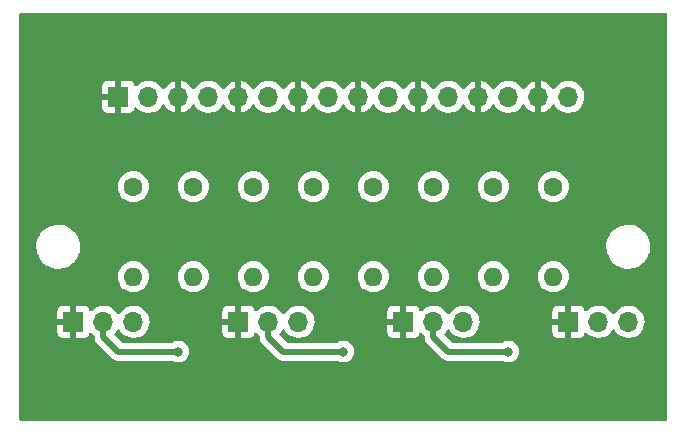
<source format=gbr>
G04 #@! TF.GenerationSoftware,KiCad,Pcbnew,(6.0.1)*
G04 #@! TF.CreationDate,2022-02-07T21:51:52+01:00*
G04 #@! TF.ProjectId,RC-LightDistribution,52432d4c-6967-4687-9444-697374726962,rev?*
G04 #@! TF.SameCoordinates,Original*
G04 #@! TF.FileFunction,Copper,L2,Bot*
G04 #@! TF.FilePolarity,Positive*
%FSLAX46Y46*%
G04 Gerber Fmt 4.6, Leading zero omitted, Abs format (unit mm)*
G04 Created by KiCad (PCBNEW (6.0.1)) date 2022-02-07 21:51:52*
%MOMM*%
%LPD*%
G01*
G04 APERTURE LIST*
G04 #@! TA.AperFunction,ComponentPad*
%ADD10C,1.600000*%
G04 #@! TD*
G04 #@! TA.AperFunction,ComponentPad*
%ADD11O,1.600000X1.600000*%
G04 #@! TD*
G04 #@! TA.AperFunction,ComponentPad*
%ADD12R,1.700000X1.700000*%
G04 #@! TD*
G04 #@! TA.AperFunction,ComponentPad*
%ADD13O,1.700000X1.700000*%
G04 #@! TD*
G04 #@! TA.AperFunction,ViaPad*
%ADD14C,0.800000*%
G04 #@! TD*
G04 #@! TA.AperFunction,Conductor*
%ADD15C,0.500000*%
G04 #@! TD*
G04 APERTURE END LIST*
D10*
G04 #@! TO.P,R7,1*
G04 #@! TO.N,Net-(J3-Pad14)*
X157480000Y-90170000D03*
D11*
G04 #@! TO.P,R7,2*
G04 #@! TO.N,Net-(J5-Pad2)*
X157480000Y-97790000D03*
G04 #@! TD*
D10*
G04 #@! TO.P,R3,1*
G04 #@! TO.N,Net-(J3-Pad6)*
X137160000Y-90170000D03*
D11*
G04 #@! TO.P,R3,2*
G04 #@! TO.N,Net-(J2-Pad2)*
X137160000Y-97790000D03*
G04 #@! TD*
D12*
G04 #@! TO.P,J1,1,Pin_1*
G04 #@! TO.N,GND*
X121935000Y-101600000D03*
D13*
G04 #@! TO.P,J1,2,Pin_2*
G04 #@! TO.N,Net-(J1-Pad2)*
X124475000Y-101600000D03*
G04 #@! TO.P,J1,3,Pin_3*
G04 #@! TO.N,Net-(J1-Pad3)*
X127015000Y-101600000D03*
G04 #@! TD*
D10*
G04 #@! TO.P,R1,1*
G04 #@! TO.N,Net-(J3-Pad2)*
X127000000Y-90170000D03*
D11*
G04 #@! TO.P,R1,2*
G04 #@! TO.N,Net-(J1-Pad2)*
X127000000Y-97790000D03*
G04 #@! TD*
D12*
G04 #@! TO.P,J4,1,Pin_1*
G04 #@! TO.N,GND*
X149875000Y-101600000D03*
D13*
G04 #@! TO.P,J4,2,Pin_2*
G04 #@! TO.N,Net-(J4-Pad2)*
X152415000Y-101600000D03*
G04 #@! TO.P,J4,3,Pin_3*
G04 #@! TO.N,Net-(J4-Pad3)*
X154955000Y-101600000D03*
G04 #@! TD*
D10*
G04 #@! TO.P,R2,1*
G04 #@! TO.N,Net-(J3-Pad4)*
X132080000Y-90170000D03*
D11*
G04 #@! TO.P,R2,2*
G04 #@! TO.N,Net-(J1-Pad3)*
X132080000Y-97790000D03*
G04 #@! TD*
D12*
G04 #@! TO.P,J2,1,Pin_1*
G04 #@! TO.N,GND*
X135905000Y-101600000D03*
D13*
G04 #@! TO.P,J2,2,Pin_2*
G04 #@! TO.N,Net-(J2-Pad2)*
X138445000Y-101600000D03*
G04 #@! TO.P,J2,3,Pin_3*
G04 #@! TO.N,Net-(J2-Pad3)*
X140985000Y-101600000D03*
G04 #@! TD*
D10*
G04 #@! TO.P,R8,1*
G04 #@! TO.N,Net-(J3-Pad16)*
X162560000Y-90170000D03*
D11*
G04 #@! TO.P,R8,2*
G04 #@! TO.N,Net-(J5-Pad3)*
X162560000Y-97790000D03*
G04 #@! TD*
D12*
G04 #@! TO.P,J3,1,Pin_1*
G04 #@! TO.N,GND*
X125730000Y-82550000D03*
D13*
G04 #@! TO.P,J3,2,Pin_2*
G04 #@! TO.N,Net-(J3-Pad2)*
X128270000Y-82550000D03*
G04 #@! TO.P,J3,3,Pin_3*
G04 #@! TO.N,GND*
X130810000Y-82550000D03*
G04 #@! TO.P,J3,4,Pin_4*
G04 #@! TO.N,Net-(J3-Pad4)*
X133350000Y-82550000D03*
G04 #@! TO.P,J3,5,Pin_5*
G04 #@! TO.N,GND*
X135890000Y-82550000D03*
G04 #@! TO.P,J3,6,Pin_6*
G04 #@! TO.N,Net-(J3-Pad6)*
X138430000Y-82550000D03*
G04 #@! TO.P,J3,7,Pin_7*
G04 #@! TO.N,GND*
X140970000Y-82550000D03*
G04 #@! TO.P,J3,8,Pin_8*
G04 #@! TO.N,Net-(J3-Pad8)*
X143510000Y-82550000D03*
G04 #@! TO.P,J3,9,Pin_9*
G04 #@! TO.N,GND*
X146050000Y-82550000D03*
G04 #@! TO.P,J3,10,Pin_10*
G04 #@! TO.N,Net-(J3-Pad10)*
X148590000Y-82550000D03*
G04 #@! TO.P,J3,11,Pin_11*
G04 #@! TO.N,GND*
X151130000Y-82550000D03*
G04 #@! TO.P,J3,12,Pin_12*
G04 #@! TO.N,Net-(J3-Pad12)*
X153670000Y-82550000D03*
G04 #@! TO.P,J3,13,Pin_13*
G04 #@! TO.N,GND*
X156210000Y-82550000D03*
G04 #@! TO.P,J3,14,Pin_14*
G04 #@! TO.N,Net-(J3-Pad14)*
X158750000Y-82550000D03*
G04 #@! TO.P,J3,15,Pin_15*
G04 #@! TO.N,GND*
X161290000Y-82550000D03*
G04 #@! TO.P,J3,16,Pin_16*
G04 #@! TO.N,Net-(J3-Pad16)*
X163830000Y-82550000D03*
G04 #@! TD*
D10*
G04 #@! TO.P,R4,1*
G04 #@! TO.N,Net-(J3-Pad8)*
X142240000Y-90170000D03*
D11*
G04 #@! TO.P,R4,2*
G04 #@! TO.N,Net-(J2-Pad3)*
X142240000Y-97790000D03*
G04 #@! TD*
D10*
G04 #@! TO.P,R5,1*
G04 #@! TO.N,Net-(J3-Pad10)*
X147320000Y-90170000D03*
D11*
G04 #@! TO.P,R5,2*
G04 #@! TO.N,Net-(J4-Pad2)*
X147320000Y-97790000D03*
G04 #@! TD*
D12*
G04 #@! TO.P,J5,1,Pin_1*
G04 #@! TO.N,GND*
X163845000Y-101600000D03*
D13*
G04 #@! TO.P,J5,2,Pin_2*
G04 #@! TO.N,Net-(J5-Pad2)*
X166385000Y-101600000D03*
G04 #@! TO.P,J5,3,Pin_3*
G04 #@! TO.N,Net-(J5-Pad3)*
X168925000Y-101600000D03*
G04 #@! TD*
D10*
G04 #@! TO.P,R6,1*
G04 #@! TO.N,Net-(J3-Pad12)*
X152400000Y-90170000D03*
D11*
G04 #@! TO.P,R6,2*
G04 #@! TO.N,Net-(J4-Pad3)*
X152400000Y-97790000D03*
G04 #@! TD*
D14*
G04 #@! TO.N,GND*
X120650000Y-83820000D03*
X134620000Y-107950000D03*
X120650000Y-77470000D03*
X120650000Y-107950000D03*
X165100000Y-77470000D03*
X156210000Y-77470000D03*
X147320000Y-77470000D03*
X148590000Y-107950000D03*
X169120000Y-83820000D03*
X129540000Y-77470000D03*
X162560000Y-107950000D03*
X138430000Y-77470000D03*
G04 #@! TO.N,Net-(J1-Pad2)*
X130810000Y-104140000D03*
G04 #@! TO.N,Net-(J2-Pad2)*
X144780000Y-104140000D03*
G04 #@! TO.N,Net-(J4-Pad2)*
X158750000Y-104140000D03*
G04 #@! TD*
D15*
G04 #@! TO.N,Net-(J1-Pad2)*
X125730000Y-104140000D02*
X130810000Y-104140000D01*
X124475000Y-102885000D02*
X125730000Y-104140000D01*
X124475000Y-101600000D02*
X124475000Y-102885000D01*
G04 #@! TO.N,Net-(J2-Pad2)*
X139700000Y-104140000D02*
X144780000Y-104140000D01*
X138445000Y-102885000D02*
X139700000Y-104140000D01*
X138445000Y-101600000D02*
X138445000Y-102885000D01*
G04 #@! TO.N,Net-(J4-Pad2)*
X153670000Y-104140000D02*
X158750000Y-104140000D01*
X152415000Y-102885000D02*
X153670000Y-104140000D01*
X152415000Y-101600000D02*
X152415000Y-102885000D01*
G04 #@! TD*
G04 #@! TA.AperFunction,Conductor*
G04 #@! TO.N,GND*
G36*
X172154121Y-75458002D02*
G01*
X172200614Y-75511658D01*
X172212000Y-75564000D01*
X172212000Y-109856000D01*
X172191998Y-109924121D01*
X172138342Y-109970614D01*
X172086000Y-109982000D01*
X117474000Y-109982000D01*
X117405879Y-109961998D01*
X117359386Y-109908342D01*
X117348000Y-109856000D01*
X117348000Y-102494669D01*
X120577001Y-102494669D01*
X120577371Y-102501490D01*
X120582895Y-102552352D01*
X120586521Y-102567604D01*
X120631676Y-102688054D01*
X120640214Y-102703649D01*
X120716715Y-102805724D01*
X120729276Y-102818285D01*
X120831351Y-102894786D01*
X120846946Y-102903324D01*
X120967394Y-102948478D01*
X120982649Y-102952105D01*
X121033514Y-102957631D01*
X121040328Y-102958000D01*
X121662885Y-102958000D01*
X121678124Y-102953525D01*
X121679329Y-102952135D01*
X121681000Y-102944452D01*
X121681000Y-102939884D01*
X122189000Y-102939884D01*
X122193475Y-102955123D01*
X122194865Y-102956328D01*
X122202548Y-102957999D01*
X122829669Y-102957999D01*
X122836490Y-102957629D01*
X122887352Y-102952105D01*
X122902604Y-102948479D01*
X123023054Y-102903324D01*
X123038649Y-102894786D01*
X123140724Y-102818285D01*
X123153285Y-102805724D01*
X123229786Y-102703649D01*
X123238324Y-102688054D01*
X123279225Y-102578952D01*
X123321867Y-102522188D01*
X123388428Y-102497488D01*
X123457777Y-102512696D01*
X123492444Y-102540684D01*
X123517865Y-102570031D01*
X123517869Y-102570035D01*
X123521250Y-102573938D01*
X123627813Y-102662408D01*
X123670985Y-102698250D01*
X123710620Y-102757152D01*
X123716500Y-102795194D01*
X123716500Y-102817930D01*
X123715067Y-102836880D01*
X123711801Y-102858349D01*
X123712394Y-102865641D01*
X123712394Y-102865644D01*
X123716085Y-102911018D01*
X123716500Y-102921233D01*
X123716500Y-102929293D01*
X123716925Y-102932937D01*
X123719789Y-102957507D01*
X123720222Y-102961882D01*
X123726140Y-103034637D01*
X123728396Y-103041601D01*
X123729587Y-103047560D01*
X123730971Y-103053415D01*
X123731818Y-103060681D01*
X123756735Y-103129327D01*
X123758152Y-103133455D01*
X123780649Y-103202899D01*
X123784445Y-103209154D01*
X123786951Y-103214628D01*
X123789670Y-103220058D01*
X123792167Y-103226937D01*
X123796180Y-103233057D01*
X123796180Y-103233058D01*
X123832186Y-103287976D01*
X123834523Y-103291680D01*
X123872405Y-103354107D01*
X123876121Y-103358315D01*
X123876122Y-103358316D01*
X123879803Y-103362484D01*
X123879776Y-103362508D01*
X123882429Y-103365500D01*
X123885132Y-103368733D01*
X123889144Y-103374852D01*
X123894456Y-103379884D01*
X123945383Y-103428128D01*
X123947825Y-103430506D01*
X125146230Y-104628911D01*
X125158616Y-104643323D01*
X125167149Y-104654918D01*
X125167154Y-104654923D01*
X125171492Y-104660818D01*
X125177070Y-104665557D01*
X125177073Y-104665560D01*
X125211768Y-104695035D01*
X125219284Y-104701965D01*
X125224979Y-104707660D01*
X125227861Y-104709940D01*
X125247251Y-104725281D01*
X125250655Y-104728072D01*
X125300703Y-104770591D01*
X125306285Y-104775333D01*
X125312801Y-104778661D01*
X125317850Y-104782028D01*
X125322979Y-104785195D01*
X125328716Y-104789734D01*
X125394875Y-104820655D01*
X125398769Y-104822558D01*
X125463808Y-104855769D01*
X125470916Y-104857508D01*
X125476559Y-104859607D01*
X125482322Y-104861524D01*
X125488950Y-104864622D01*
X125496112Y-104866112D01*
X125496113Y-104866112D01*
X125560412Y-104879486D01*
X125564696Y-104880456D01*
X125635610Y-104897808D01*
X125641212Y-104898156D01*
X125641215Y-104898156D01*
X125646764Y-104898500D01*
X125646762Y-104898536D01*
X125650755Y-104898775D01*
X125654947Y-104899149D01*
X125662115Y-104900640D01*
X125739520Y-104898546D01*
X125742928Y-104898500D01*
X130267413Y-104898500D01*
X130341472Y-104922563D01*
X130347902Y-104927235D01*
X130347909Y-104927239D01*
X130353248Y-104931118D01*
X130359276Y-104933802D01*
X130359278Y-104933803D01*
X130521681Y-105006109D01*
X130527712Y-105008794D01*
X130621113Y-105028647D01*
X130708056Y-105047128D01*
X130708061Y-105047128D01*
X130714513Y-105048500D01*
X130905487Y-105048500D01*
X130911939Y-105047128D01*
X130911944Y-105047128D01*
X130998888Y-105028647D01*
X131092288Y-105008794D01*
X131098319Y-105006109D01*
X131260722Y-104933803D01*
X131260724Y-104933802D01*
X131266752Y-104931118D01*
X131272097Y-104927235D01*
X131336481Y-104880457D01*
X131421253Y-104818866D01*
X131526511Y-104701965D01*
X131544621Y-104681852D01*
X131544622Y-104681851D01*
X131549040Y-104676944D01*
X131644527Y-104511556D01*
X131703542Y-104329928D01*
X131723504Y-104140000D01*
X131703542Y-103950072D01*
X131644527Y-103768444D01*
X131549040Y-103603056D01*
X131421253Y-103461134D01*
X131309422Y-103379884D01*
X131272094Y-103352763D01*
X131272093Y-103352762D01*
X131266752Y-103348882D01*
X131260724Y-103346198D01*
X131260722Y-103346197D01*
X131098319Y-103273891D01*
X131098318Y-103273891D01*
X131092288Y-103271206D01*
X130998887Y-103251353D01*
X130911944Y-103232872D01*
X130911939Y-103232872D01*
X130905487Y-103231500D01*
X130714513Y-103231500D01*
X130708061Y-103232872D01*
X130708056Y-103232872D01*
X130621113Y-103251353D01*
X130527712Y-103271206D01*
X130521682Y-103273891D01*
X130521681Y-103273891D01*
X130359278Y-103346197D01*
X130359276Y-103346198D01*
X130353248Y-103348882D01*
X130347909Y-103352761D01*
X130347902Y-103352765D01*
X130341472Y-103357437D01*
X130267413Y-103381500D01*
X126096371Y-103381500D01*
X126028250Y-103361498D01*
X126007276Y-103344595D01*
X125418564Y-102755883D01*
X125384538Y-102693571D01*
X125389603Y-102622756D01*
X125418719Y-102577537D01*
X125464242Y-102532173D01*
X125513096Y-102483489D01*
X125643453Y-102302077D01*
X125644776Y-102303028D01*
X125691645Y-102259857D01*
X125761580Y-102247625D01*
X125827026Y-102275144D01*
X125854875Y-102306994D01*
X125914987Y-102405088D01*
X126061250Y-102573938D01*
X126233126Y-102716632D01*
X126426000Y-102829338D01*
X126634692Y-102909030D01*
X126639760Y-102910061D01*
X126639763Y-102910062D01*
X126694671Y-102921233D01*
X126853597Y-102953567D01*
X126858772Y-102953757D01*
X126858774Y-102953757D01*
X127071673Y-102961564D01*
X127071677Y-102961564D01*
X127076837Y-102961753D01*
X127081957Y-102961097D01*
X127081959Y-102961097D01*
X127293288Y-102934025D01*
X127293289Y-102934025D01*
X127298416Y-102933368D01*
X127338864Y-102921233D01*
X127507429Y-102870661D01*
X127507434Y-102870659D01*
X127512384Y-102869174D01*
X127712994Y-102770896D01*
X127894860Y-102641173D01*
X127913342Y-102622756D01*
X127995701Y-102540684D01*
X128041877Y-102494669D01*
X134547001Y-102494669D01*
X134547371Y-102501490D01*
X134552895Y-102552352D01*
X134556521Y-102567604D01*
X134601676Y-102688054D01*
X134610214Y-102703649D01*
X134686715Y-102805724D01*
X134699276Y-102818285D01*
X134801351Y-102894786D01*
X134816946Y-102903324D01*
X134937394Y-102948478D01*
X134952649Y-102952105D01*
X135003514Y-102957631D01*
X135010328Y-102958000D01*
X135632885Y-102958000D01*
X135648124Y-102953525D01*
X135649329Y-102952135D01*
X135651000Y-102944452D01*
X135651000Y-102939884D01*
X136159000Y-102939884D01*
X136163475Y-102955123D01*
X136164865Y-102956328D01*
X136172548Y-102957999D01*
X136799669Y-102957999D01*
X136806490Y-102957629D01*
X136857352Y-102952105D01*
X136872604Y-102948479D01*
X136993054Y-102903324D01*
X137008649Y-102894786D01*
X137110724Y-102818285D01*
X137123285Y-102805724D01*
X137199786Y-102703649D01*
X137208324Y-102688054D01*
X137249225Y-102578952D01*
X137291867Y-102522188D01*
X137358428Y-102497488D01*
X137427777Y-102512696D01*
X137462444Y-102540684D01*
X137487865Y-102570031D01*
X137487869Y-102570035D01*
X137491250Y-102573938D01*
X137597813Y-102662408D01*
X137640985Y-102698250D01*
X137680620Y-102757152D01*
X137686500Y-102795194D01*
X137686500Y-102817930D01*
X137685067Y-102836880D01*
X137681801Y-102858349D01*
X137682394Y-102865641D01*
X137682394Y-102865644D01*
X137686085Y-102911018D01*
X137686500Y-102921233D01*
X137686500Y-102929293D01*
X137686925Y-102932937D01*
X137689789Y-102957507D01*
X137690222Y-102961882D01*
X137696140Y-103034637D01*
X137698396Y-103041601D01*
X137699587Y-103047560D01*
X137700971Y-103053415D01*
X137701818Y-103060681D01*
X137726735Y-103129327D01*
X137728152Y-103133455D01*
X137750649Y-103202899D01*
X137754445Y-103209154D01*
X137756951Y-103214628D01*
X137759670Y-103220058D01*
X137762167Y-103226937D01*
X137766180Y-103233057D01*
X137766180Y-103233058D01*
X137802186Y-103287976D01*
X137804523Y-103291680D01*
X137842405Y-103354107D01*
X137846121Y-103358315D01*
X137846122Y-103358316D01*
X137849803Y-103362484D01*
X137849776Y-103362508D01*
X137852429Y-103365500D01*
X137855132Y-103368733D01*
X137859144Y-103374852D01*
X137864456Y-103379884D01*
X137915383Y-103428128D01*
X137917825Y-103430506D01*
X139116230Y-104628911D01*
X139128616Y-104643323D01*
X139137149Y-104654918D01*
X139137154Y-104654923D01*
X139141492Y-104660818D01*
X139147070Y-104665557D01*
X139147073Y-104665560D01*
X139181768Y-104695035D01*
X139189284Y-104701965D01*
X139194979Y-104707660D01*
X139197861Y-104709940D01*
X139217251Y-104725281D01*
X139220655Y-104728072D01*
X139270703Y-104770591D01*
X139276285Y-104775333D01*
X139282801Y-104778661D01*
X139287850Y-104782028D01*
X139292979Y-104785195D01*
X139298716Y-104789734D01*
X139364875Y-104820655D01*
X139368769Y-104822558D01*
X139433808Y-104855769D01*
X139440916Y-104857508D01*
X139446559Y-104859607D01*
X139452322Y-104861524D01*
X139458950Y-104864622D01*
X139466112Y-104866112D01*
X139466113Y-104866112D01*
X139530412Y-104879486D01*
X139534696Y-104880456D01*
X139605610Y-104897808D01*
X139611212Y-104898156D01*
X139611215Y-104898156D01*
X139616764Y-104898500D01*
X139616762Y-104898536D01*
X139620755Y-104898775D01*
X139624947Y-104899149D01*
X139632115Y-104900640D01*
X139709520Y-104898546D01*
X139712928Y-104898500D01*
X144237413Y-104898500D01*
X144311472Y-104922563D01*
X144317902Y-104927235D01*
X144317909Y-104927239D01*
X144323248Y-104931118D01*
X144329276Y-104933802D01*
X144329278Y-104933803D01*
X144491681Y-105006109D01*
X144497712Y-105008794D01*
X144591113Y-105028647D01*
X144678056Y-105047128D01*
X144678061Y-105047128D01*
X144684513Y-105048500D01*
X144875487Y-105048500D01*
X144881939Y-105047128D01*
X144881944Y-105047128D01*
X144968888Y-105028647D01*
X145062288Y-105008794D01*
X145068319Y-105006109D01*
X145230722Y-104933803D01*
X145230724Y-104933802D01*
X145236752Y-104931118D01*
X145242097Y-104927235D01*
X145306481Y-104880457D01*
X145391253Y-104818866D01*
X145496511Y-104701965D01*
X145514621Y-104681852D01*
X145514622Y-104681851D01*
X145519040Y-104676944D01*
X145614527Y-104511556D01*
X145673542Y-104329928D01*
X145693504Y-104140000D01*
X145673542Y-103950072D01*
X145614527Y-103768444D01*
X145519040Y-103603056D01*
X145391253Y-103461134D01*
X145279422Y-103379884D01*
X145242094Y-103352763D01*
X145242093Y-103352762D01*
X145236752Y-103348882D01*
X145230724Y-103346198D01*
X145230722Y-103346197D01*
X145068319Y-103273891D01*
X145068318Y-103273891D01*
X145062288Y-103271206D01*
X144968887Y-103251353D01*
X144881944Y-103232872D01*
X144881939Y-103232872D01*
X144875487Y-103231500D01*
X144684513Y-103231500D01*
X144678061Y-103232872D01*
X144678056Y-103232872D01*
X144591113Y-103251353D01*
X144497712Y-103271206D01*
X144491682Y-103273891D01*
X144491681Y-103273891D01*
X144329278Y-103346197D01*
X144329276Y-103346198D01*
X144323248Y-103348882D01*
X144317909Y-103352761D01*
X144317902Y-103352765D01*
X144311472Y-103357437D01*
X144237413Y-103381500D01*
X140066371Y-103381500D01*
X139998250Y-103361498D01*
X139977276Y-103344595D01*
X139388564Y-102755883D01*
X139354538Y-102693571D01*
X139359603Y-102622756D01*
X139388719Y-102577537D01*
X139434242Y-102532173D01*
X139483096Y-102483489D01*
X139613453Y-102302077D01*
X139614776Y-102303028D01*
X139661645Y-102259857D01*
X139731580Y-102247625D01*
X139797026Y-102275144D01*
X139824875Y-102306994D01*
X139884987Y-102405088D01*
X140031250Y-102573938D01*
X140203126Y-102716632D01*
X140396000Y-102829338D01*
X140604692Y-102909030D01*
X140609760Y-102910061D01*
X140609763Y-102910062D01*
X140664671Y-102921233D01*
X140823597Y-102953567D01*
X140828772Y-102953757D01*
X140828774Y-102953757D01*
X141041673Y-102961564D01*
X141041677Y-102961564D01*
X141046837Y-102961753D01*
X141051957Y-102961097D01*
X141051959Y-102961097D01*
X141263288Y-102934025D01*
X141263289Y-102934025D01*
X141268416Y-102933368D01*
X141308864Y-102921233D01*
X141477429Y-102870661D01*
X141477434Y-102870659D01*
X141482384Y-102869174D01*
X141682994Y-102770896D01*
X141864860Y-102641173D01*
X141883342Y-102622756D01*
X141965701Y-102540684D01*
X142011877Y-102494669D01*
X148517001Y-102494669D01*
X148517371Y-102501490D01*
X148522895Y-102552352D01*
X148526521Y-102567604D01*
X148571676Y-102688054D01*
X148580214Y-102703649D01*
X148656715Y-102805724D01*
X148669276Y-102818285D01*
X148771351Y-102894786D01*
X148786946Y-102903324D01*
X148907394Y-102948478D01*
X148922649Y-102952105D01*
X148973514Y-102957631D01*
X148980328Y-102958000D01*
X149602885Y-102958000D01*
X149618124Y-102953525D01*
X149619329Y-102952135D01*
X149621000Y-102944452D01*
X149621000Y-102939884D01*
X150129000Y-102939884D01*
X150133475Y-102955123D01*
X150134865Y-102956328D01*
X150142548Y-102957999D01*
X150769669Y-102957999D01*
X150776490Y-102957629D01*
X150827352Y-102952105D01*
X150842604Y-102948479D01*
X150963054Y-102903324D01*
X150978649Y-102894786D01*
X151080724Y-102818285D01*
X151093285Y-102805724D01*
X151169786Y-102703649D01*
X151178324Y-102688054D01*
X151219225Y-102578952D01*
X151261867Y-102522188D01*
X151328428Y-102497488D01*
X151397777Y-102512696D01*
X151432444Y-102540684D01*
X151457865Y-102570031D01*
X151457869Y-102570035D01*
X151461250Y-102573938D01*
X151567813Y-102662408D01*
X151610985Y-102698250D01*
X151650620Y-102757152D01*
X151656500Y-102795194D01*
X151656500Y-102817930D01*
X151655067Y-102836880D01*
X151651801Y-102858349D01*
X151652394Y-102865641D01*
X151652394Y-102865644D01*
X151656085Y-102911018D01*
X151656500Y-102921233D01*
X151656500Y-102929293D01*
X151656925Y-102932937D01*
X151659789Y-102957507D01*
X151660222Y-102961882D01*
X151666140Y-103034637D01*
X151668396Y-103041601D01*
X151669587Y-103047560D01*
X151670971Y-103053415D01*
X151671818Y-103060681D01*
X151696735Y-103129327D01*
X151698152Y-103133455D01*
X151720649Y-103202899D01*
X151724445Y-103209154D01*
X151726951Y-103214628D01*
X151729670Y-103220058D01*
X151732167Y-103226937D01*
X151736180Y-103233057D01*
X151736180Y-103233058D01*
X151772186Y-103287976D01*
X151774523Y-103291680D01*
X151812405Y-103354107D01*
X151816121Y-103358315D01*
X151816122Y-103358316D01*
X151819803Y-103362484D01*
X151819776Y-103362508D01*
X151822429Y-103365500D01*
X151825132Y-103368733D01*
X151829144Y-103374852D01*
X151834456Y-103379884D01*
X151885383Y-103428128D01*
X151887825Y-103430506D01*
X153086230Y-104628911D01*
X153098616Y-104643323D01*
X153107149Y-104654918D01*
X153107154Y-104654923D01*
X153111492Y-104660818D01*
X153117070Y-104665557D01*
X153117073Y-104665560D01*
X153151768Y-104695035D01*
X153159284Y-104701965D01*
X153164979Y-104707660D01*
X153167861Y-104709940D01*
X153187251Y-104725281D01*
X153190655Y-104728072D01*
X153240703Y-104770591D01*
X153246285Y-104775333D01*
X153252801Y-104778661D01*
X153257850Y-104782028D01*
X153262979Y-104785195D01*
X153268716Y-104789734D01*
X153334875Y-104820655D01*
X153338769Y-104822558D01*
X153403808Y-104855769D01*
X153410916Y-104857508D01*
X153416559Y-104859607D01*
X153422322Y-104861524D01*
X153428950Y-104864622D01*
X153436112Y-104866112D01*
X153436113Y-104866112D01*
X153500412Y-104879486D01*
X153504696Y-104880456D01*
X153575610Y-104897808D01*
X153581212Y-104898156D01*
X153581215Y-104898156D01*
X153586764Y-104898500D01*
X153586762Y-104898536D01*
X153590755Y-104898775D01*
X153594947Y-104899149D01*
X153602115Y-104900640D01*
X153679520Y-104898546D01*
X153682928Y-104898500D01*
X158207413Y-104898500D01*
X158281472Y-104922563D01*
X158287902Y-104927235D01*
X158287909Y-104927239D01*
X158293248Y-104931118D01*
X158299276Y-104933802D01*
X158299278Y-104933803D01*
X158461681Y-105006109D01*
X158467712Y-105008794D01*
X158561113Y-105028647D01*
X158648056Y-105047128D01*
X158648061Y-105047128D01*
X158654513Y-105048500D01*
X158845487Y-105048500D01*
X158851939Y-105047128D01*
X158851944Y-105047128D01*
X158938888Y-105028647D01*
X159032288Y-105008794D01*
X159038319Y-105006109D01*
X159200722Y-104933803D01*
X159200724Y-104933802D01*
X159206752Y-104931118D01*
X159212097Y-104927235D01*
X159276481Y-104880457D01*
X159361253Y-104818866D01*
X159466511Y-104701965D01*
X159484621Y-104681852D01*
X159484622Y-104681851D01*
X159489040Y-104676944D01*
X159584527Y-104511556D01*
X159643542Y-104329928D01*
X159663504Y-104140000D01*
X159643542Y-103950072D01*
X159584527Y-103768444D01*
X159489040Y-103603056D01*
X159361253Y-103461134D01*
X159249422Y-103379884D01*
X159212094Y-103352763D01*
X159212093Y-103352762D01*
X159206752Y-103348882D01*
X159200724Y-103346198D01*
X159200722Y-103346197D01*
X159038319Y-103273891D01*
X159038318Y-103273891D01*
X159032288Y-103271206D01*
X158938887Y-103251353D01*
X158851944Y-103232872D01*
X158851939Y-103232872D01*
X158845487Y-103231500D01*
X158654513Y-103231500D01*
X158648061Y-103232872D01*
X158648056Y-103232872D01*
X158561113Y-103251353D01*
X158467712Y-103271206D01*
X158461682Y-103273891D01*
X158461681Y-103273891D01*
X158299278Y-103346197D01*
X158299276Y-103346198D01*
X158293248Y-103348882D01*
X158287909Y-103352761D01*
X158287902Y-103352765D01*
X158281472Y-103357437D01*
X158207413Y-103381500D01*
X154036371Y-103381500D01*
X153968250Y-103361498D01*
X153947276Y-103344595D01*
X153358564Y-102755883D01*
X153324538Y-102693571D01*
X153329603Y-102622756D01*
X153358719Y-102577537D01*
X153404242Y-102532173D01*
X153453096Y-102483489D01*
X153583453Y-102302077D01*
X153584776Y-102303028D01*
X153631645Y-102259857D01*
X153701580Y-102247625D01*
X153767026Y-102275144D01*
X153794875Y-102306994D01*
X153854987Y-102405088D01*
X154001250Y-102573938D01*
X154173126Y-102716632D01*
X154366000Y-102829338D01*
X154574692Y-102909030D01*
X154579760Y-102910061D01*
X154579763Y-102910062D01*
X154634671Y-102921233D01*
X154793597Y-102953567D01*
X154798772Y-102953757D01*
X154798774Y-102953757D01*
X155011673Y-102961564D01*
X155011677Y-102961564D01*
X155016837Y-102961753D01*
X155021957Y-102961097D01*
X155021959Y-102961097D01*
X155233288Y-102934025D01*
X155233289Y-102934025D01*
X155238416Y-102933368D01*
X155278864Y-102921233D01*
X155447429Y-102870661D01*
X155447434Y-102870659D01*
X155452384Y-102869174D01*
X155652994Y-102770896D01*
X155834860Y-102641173D01*
X155853342Y-102622756D01*
X155935701Y-102540684D01*
X155981877Y-102494669D01*
X162487001Y-102494669D01*
X162487371Y-102501490D01*
X162492895Y-102552352D01*
X162496521Y-102567604D01*
X162541676Y-102688054D01*
X162550214Y-102703649D01*
X162626715Y-102805724D01*
X162639276Y-102818285D01*
X162741351Y-102894786D01*
X162756946Y-102903324D01*
X162877394Y-102948478D01*
X162892649Y-102952105D01*
X162943514Y-102957631D01*
X162950328Y-102958000D01*
X163572885Y-102958000D01*
X163588124Y-102953525D01*
X163589329Y-102952135D01*
X163591000Y-102944452D01*
X163591000Y-102939884D01*
X164099000Y-102939884D01*
X164103475Y-102955123D01*
X164104865Y-102956328D01*
X164112548Y-102957999D01*
X164739669Y-102957999D01*
X164746490Y-102957629D01*
X164797352Y-102952105D01*
X164812604Y-102948479D01*
X164933054Y-102903324D01*
X164948649Y-102894786D01*
X165050724Y-102818285D01*
X165063285Y-102805724D01*
X165139786Y-102703649D01*
X165148324Y-102688054D01*
X165189225Y-102578952D01*
X165231867Y-102522188D01*
X165298428Y-102497488D01*
X165367777Y-102512696D01*
X165402444Y-102540684D01*
X165427865Y-102570031D01*
X165427869Y-102570035D01*
X165431250Y-102573938D01*
X165603126Y-102716632D01*
X165796000Y-102829338D01*
X166004692Y-102909030D01*
X166009760Y-102910061D01*
X166009763Y-102910062D01*
X166064671Y-102921233D01*
X166223597Y-102953567D01*
X166228772Y-102953757D01*
X166228774Y-102953757D01*
X166441673Y-102961564D01*
X166441677Y-102961564D01*
X166446837Y-102961753D01*
X166451957Y-102961097D01*
X166451959Y-102961097D01*
X166663288Y-102934025D01*
X166663289Y-102934025D01*
X166668416Y-102933368D01*
X166708864Y-102921233D01*
X166877429Y-102870661D01*
X166877434Y-102870659D01*
X166882384Y-102869174D01*
X167082994Y-102770896D01*
X167264860Y-102641173D01*
X167283342Y-102622756D01*
X167365701Y-102540684D01*
X167423096Y-102483489D01*
X167553453Y-102302077D01*
X167554776Y-102303028D01*
X167601645Y-102259857D01*
X167671580Y-102247625D01*
X167737026Y-102275144D01*
X167764875Y-102306994D01*
X167824987Y-102405088D01*
X167971250Y-102573938D01*
X168143126Y-102716632D01*
X168336000Y-102829338D01*
X168544692Y-102909030D01*
X168549760Y-102910061D01*
X168549763Y-102910062D01*
X168604671Y-102921233D01*
X168763597Y-102953567D01*
X168768772Y-102953757D01*
X168768774Y-102953757D01*
X168981673Y-102961564D01*
X168981677Y-102961564D01*
X168986837Y-102961753D01*
X168991957Y-102961097D01*
X168991959Y-102961097D01*
X169203288Y-102934025D01*
X169203289Y-102934025D01*
X169208416Y-102933368D01*
X169248864Y-102921233D01*
X169417429Y-102870661D01*
X169417434Y-102870659D01*
X169422384Y-102869174D01*
X169622994Y-102770896D01*
X169804860Y-102641173D01*
X169823342Y-102622756D01*
X169905701Y-102540684D01*
X169963096Y-102483489D01*
X170093453Y-102302077D01*
X170114320Y-102259857D01*
X170190136Y-102106453D01*
X170190137Y-102106451D01*
X170192430Y-102101811D01*
X170257370Y-101888069D01*
X170286529Y-101666590D01*
X170288156Y-101600000D01*
X170269852Y-101377361D01*
X170215431Y-101160702D01*
X170126354Y-100955840D01*
X170005014Y-100768277D01*
X169854670Y-100603051D01*
X169850619Y-100599852D01*
X169850615Y-100599848D01*
X169683414Y-100467800D01*
X169683410Y-100467798D01*
X169679359Y-100464598D01*
X169483789Y-100356638D01*
X169478920Y-100354914D01*
X169478916Y-100354912D01*
X169278087Y-100283795D01*
X169278083Y-100283794D01*
X169273212Y-100282069D01*
X169268119Y-100281162D01*
X169268116Y-100281161D01*
X169058373Y-100243800D01*
X169058367Y-100243799D01*
X169053284Y-100242894D01*
X168979452Y-100241992D01*
X168835081Y-100240228D01*
X168835079Y-100240228D01*
X168829911Y-100240165D01*
X168609091Y-100273955D01*
X168396756Y-100343357D01*
X168198607Y-100446507D01*
X168194474Y-100449610D01*
X168194471Y-100449612D01*
X168111450Y-100511946D01*
X168019965Y-100580635D01*
X167865629Y-100742138D01*
X167758201Y-100899621D01*
X167703293Y-100944621D01*
X167632768Y-100952792D01*
X167569021Y-100921538D01*
X167548324Y-100897054D01*
X167467822Y-100772617D01*
X167467820Y-100772614D01*
X167465014Y-100768277D01*
X167314670Y-100603051D01*
X167310619Y-100599852D01*
X167310615Y-100599848D01*
X167143414Y-100467800D01*
X167143410Y-100467798D01*
X167139359Y-100464598D01*
X166943789Y-100356638D01*
X166938920Y-100354914D01*
X166938916Y-100354912D01*
X166738087Y-100283795D01*
X166738083Y-100283794D01*
X166733212Y-100282069D01*
X166728119Y-100281162D01*
X166728116Y-100281161D01*
X166518373Y-100243800D01*
X166518367Y-100243799D01*
X166513284Y-100242894D01*
X166439452Y-100241992D01*
X166295081Y-100240228D01*
X166295079Y-100240228D01*
X166289911Y-100240165D01*
X166069091Y-100273955D01*
X165856756Y-100343357D01*
X165658607Y-100446507D01*
X165654474Y-100449610D01*
X165654471Y-100449612D01*
X165571450Y-100511946D01*
X165479965Y-100580635D01*
X165476393Y-100584373D01*
X165398898Y-100665466D01*
X165337374Y-100700895D01*
X165266462Y-100697438D01*
X165208676Y-100656192D01*
X165189823Y-100622644D01*
X165148324Y-100511946D01*
X165139786Y-100496351D01*
X165063285Y-100394276D01*
X165050724Y-100381715D01*
X164948649Y-100305214D01*
X164933054Y-100296676D01*
X164812606Y-100251522D01*
X164797351Y-100247895D01*
X164746486Y-100242369D01*
X164739672Y-100242000D01*
X164117115Y-100242000D01*
X164101876Y-100246475D01*
X164100671Y-100247865D01*
X164099000Y-100255548D01*
X164099000Y-102939884D01*
X163591000Y-102939884D01*
X163591000Y-101872115D01*
X163586525Y-101856876D01*
X163585135Y-101855671D01*
X163577452Y-101854000D01*
X162505116Y-101854000D01*
X162489877Y-101858475D01*
X162488672Y-101859865D01*
X162487001Y-101867548D01*
X162487001Y-102494669D01*
X155981877Y-102494669D01*
X155993096Y-102483489D01*
X156123453Y-102302077D01*
X156144320Y-102259857D01*
X156220136Y-102106453D01*
X156220137Y-102106451D01*
X156222430Y-102101811D01*
X156287370Y-101888069D01*
X156316529Y-101666590D01*
X156318156Y-101600000D01*
X156299852Y-101377361D01*
X156287424Y-101327885D01*
X162487000Y-101327885D01*
X162491475Y-101343124D01*
X162492865Y-101344329D01*
X162500548Y-101346000D01*
X163572885Y-101346000D01*
X163588124Y-101341525D01*
X163589329Y-101340135D01*
X163591000Y-101332452D01*
X163591000Y-100260116D01*
X163586525Y-100244877D01*
X163585135Y-100243672D01*
X163577452Y-100242001D01*
X162950331Y-100242001D01*
X162943510Y-100242371D01*
X162892648Y-100247895D01*
X162877396Y-100251521D01*
X162756946Y-100296676D01*
X162741351Y-100305214D01*
X162639276Y-100381715D01*
X162626715Y-100394276D01*
X162550214Y-100496351D01*
X162541676Y-100511946D01*
X162496522Y-100632394D01*
X162492895Y-100647649D01*
X162487369Y-100698514D01*
X162487000Y-100705328D01*
X162487000Y-101327885D01*
X156287424Y-101327885D01*
X156245431Y-101160702D01*
X156156354Y-100955840D01*
X156035014Y-100768277D01*
X155884670Y-100603051D01*
X155880619Y-100599852D01*
X155880615Y-100599848D01*
X155713414Y-100467800D01*
X155713410Y-100467798D01*
X155709359Y-100464598D01*
X155513789Y-100356638D01*
X155508920Y-100354914D01*
X155508916Y-100354912D01*
X155308087Y-100283795D01*
X155308083Y-100283794D01*
X155303212Y-100282069D01*
X155298119Y-100281162D01*
X155298116Y-100281161D01*
X155088373Y-100243800D01*
X155088367Y-100243799D01*
X155083284Y-100242894D01*
X155009452Y-100241992D01*
X154865081Y-100240228D01*
X154865079Y-100240228D01*
X154859911Y-100240165D01*
X154639091Y-100273955D01*
X154426756Y-100343357D01*
X154228607Y-100446507D01*
X154224474Y-100449610D01*
X154224471Y-100449612D01*
X154141450Y-100511946D01*
X154049965Y-100580635D01*
X153895629Y-100742138D01*
X153788201Y-100899621D01*
X153733293Y-100944621D01*
X153662768Y-100952792D01*
X153599021Y-100921538D01*
X153578324Y-100897054D01*
X153497822Y-100772617D01*
X153497820Y-100772614D01*
X153495014Y-100768277D01*
X153344670Y-100603051D01*
X153340619Y-100599852D01*
X153340615Y-100599848D01*
X153173414Y-100467800D01*
X153173410Y-100467798D01*
X153169359Y-100464598D01*
X152973789Y-100356638D01*
X152968920Y-100354914D01*
X152968916Y-100354912D01*
X152768087Y-100283795D01*
X152768083Y-100283794D01*
X152763212Y-100282069D01*
X152758119Y-100281162D01*
X152758116Y-100281161D01*
X152548373Y-100243800D01*
X152548367Y-100243799D01*
X152543284Y-100242894D01*
X152469452Y-100241992D01*
X152325081Y-100240228D01*
X152325079Y-100240228D01*
X152319911Y-100240165D01*
X152099091Y-100273955D01*
X151886756Y-100343357D01*
X151688607Y-100446507D01*
X151684474Y-100449610D01*
X151684471Y-100449612D01*
X151601450Y-100511946D01*
X151509965Y-100580635D01*
X151506393Y-100584373D01*
X151428898Y-100665466D01*
X151367374Y-100700895D01*
X151296462Y-100697438D01*
X151238676Y-100656192D01*
X151219823Y-100622644D01*
X151178324Y-100511946D01*
X151169786Y-100496351D01*
X151093285Y-100394276D01*
X151080724Y-100381715D01*
X150978649Y-100305214D01*
X150963054Y-100296676D01*
X150842606Y-100251522D01*
X150827351Y-100247895D01*
X150776486Y-100242369D01*
X150769672Y-100242000D01*
X150147115Y-100242000D01*
X150131876Y-100246475D01*
X150130671Y-100247865D01*
X150129000Y-100255548D01*
X150129000Y-102939884D01*
X149621000Y-102939884D01*
X149621000Y-101872115D01*
X149616525Y-101856876D01*
X149615135Y-101855671D01*
X149607452Y-101854000D01*
X148535116Y-101854000D01*
X148519877Y-101858475D01*
X148518672Y-101859865D01*
X148517001Y-101867548D01*
X148517001Y-102494669D01*
X142011877Y-102494669D01*
X142023096Y-102483489D01*
X142153453Y-102302077D01*
X142174320Y-102259857D01*
X142250136Y-102106453D01*
X142250137Y-102106451D01*
X142252430Y-102101811D01*
X142317370Y-101888069D01*
X142346529Y-101666590D01*
X142348156Y-101600000D01*
X142329852Y-101377361D01*
X142317424Y-101327885D01*
X148517000Y-101327885D01*
X148521475Y-101343124D01*
X148522865Y-101344329D01*
X148530548Y-101346000D01*
X149602885Y-101346000D01*
X149618124Y-101341525D01*
X149619329Y-101340135D01*
X149621000Y-101332452D01*
X149621000Y-100260116D01*
X149616525Y-100244877D01*
X149615135Y-100243672D01*
X149607452Y-100242001D01*
X148980331Y-100242001D01*
X148973510Y-100242371D01*
X148922648Y-100247895D01*
X148907396Y-100251521D01*
X148786946Y-100296676D01*
X148771351Y-100305214D01*
X148669276Y-100381715D01*
X148656715Y-100394276D01*
X148580214Y-100496351D01*
X148571676Y-100511946D01*
X148526522Y-100632394D01*
X148522895Y-100647649D01*
X148517369Y-100698514D01*
X148517000Y-100705328D01*
X148517000Y-101327885D01*
X142317424Y-101327885D01*
X142275431Y-101160702D01*
X142186354Y-100955840D01*
X142065014Y-100768277D01*
X141914670Y-100603051D01*
X141910619Y-100599852D01*
X141910615Y-100599848D01*
X141743414Y-100467800D01*
X141743410Y-100467798D01*
X141739359Y-100464598D01*
X141543789Y-100356638D01*
X141538920Y-100354914D01*
X141538916Y-100354912D01*
X141338087Y-100283795D01*
X141338083Y-100283794D01*
X141333212Y-100282069D01*
X141328119Y-100281162D01*
X141328116Y-100281161D01*
X141118373Y-100243800D01*
X141118367Y-100243799D01*
X141113284Y-100242894D01*
X141039452Y-100241992D01*
X140895081Y-100240228D01*
X140895079Y-100240228D01*
X140889911Y-100240165D01*
X140669091Y-100273955D01*
X140456756Y-100343357D01*
X140258607Y-100446507D01*
X140254474Y-100449610D01*
X140254471Y-100449612D01*
X140171450Y-100511946D01*
X140079965Y-100580635D01*
X139925629Y-100742138D01*
X139818201Y-100899621D01*
X139763293Y-100944621D01*
X139692768Y-100952792D01*
X139629021Y-100921538D01*
X139608324Y-100897054D01*
X139527822Y-100772617D01*
X139527820Y-100772614D01*
X139525014Y-100768277D01*
X139374670Y-100603051D01*
X139370619Y-100599852D01*
X139370615Y-100599848D01*
X139203414Y-100467800D01*
X139203410Y-100467798D01*
X139199359Y-100464598D01*
X139003789Y-100356638D01*
X138998920Y-100354914D01*
X138998916Y-100354912D01*
X138798087Y-100283795D01*
X138798083Y-100283794D01*
X138793212Y-100282069D01*
X138788119Y-100281162D01*
X138788116Y-100281161D01*
X138578373Y-100243800D01*
X138578367Y-100243799D01*
X138573284Y-100242894D01*
X138499452Y-100241992D01*
X138355081Y-100240228D01*
X138355079Y-100240228D01*
X138349911Y-100240165D01*
X138129091Y-100273955D01*
X137916756Y-100343357D01*
X137718607Y-100446507D01*
X137714474Y-100449610D01*
X137714471Y-100449612D01*
X137631450Y-100511946D01*
X137539965Y-100580635D01*
X137536393Y-100584373D01*
X137458898Y-100665466D01*
X137397374Y-100700895D01*
X137326462Y-100697438D01*
X137268676Y-100656192D01*
X137249823Y-100622644D01*
X137208324Y-100511946D01*
X137199786Y-100496351D01*
X137123285Y-100394276D01*
X137110724Y-100381715D01*
X137008649Y-100305214D01*
X136993054Y-100296676D01*
X136872606Y-100251522D01*
X136857351Y-100247895D01*
X136806486Y-100242369D01*
X136799672Y-100242000D01*
X136177115Y-100242000D01*
X136161876Y-100246475D01*
X136160671Y-100247865D01*
X136159000Y-100255548D01*
X136159000Y-102939884D01*
X135651000Y-102939884D01*
X135651000Y-101872115D01*
X135646525Y-101856876D01*
X135645135Y-101855671D01*
X135637452Y-101854000D01*
X134565116Y-101854000D01*
X134549877Y-101858475D01*
X134548672Y-101859865D01*
X134547001Y-101867548D01*
X134547001Y-102494669D01*
X128041877Y-102494669D01*
X128053096Y-102483489D01*
X128183453Y-102302077D01*
X128204320Y-102259857D01*
X128280136Y-102106453D01*
X128280137Y-102106451D01*
X128282430Y-102101811D01*
X128347370Y-101888069D01*
X128376529Y-101666590D01*
X128378156Y-101600000D01*
X128359852Y-101377361D01*
X128347424Y-101327885D01*
X134547000Y-101327885D01*
X134551475Y-101343124D01*
X134552865Y-101344329D01*
X134560548Y-101346000D01*
X135632885Y-101346000D01*
X135648124Y-101341525D01*
X135649329Y-101340135D01*
X135651000Y-101332452D01*
X135651000Y-100260116D01*
X135646525Y-100244877D01*
X135645135Y-100243672D01*
X135637452Y-100242001D01*
X135010331Y-100242001D01*
X135003510Y-100242371D01*
X134952648Y-100247895D01*
X134937396Y-100251521D01*
X134816946Y-100296676D01*
X134801351Y-100305214D01*
X134699276Y-100381715D01*
X134686715Y-100394276D01*
X134610214Y-100496351D01*
X134601676Y-100511946D01*
X134556522Y-100632394D01*
X134552895Y-100647649D01*
X134547369Y-100698514D01*
X134547000Y-100705328D01*
X134547000Y-101327885D01*
X128347424Y-101327885D01*
X128305431Y-101160702D01*
X128216354Y-100955840D01*
X128095014Y-100768277D01*
X127944670Y-100603051D01*
X127940619Y-100599852D01*
X127940615Y-100599848D01*
X127773414Y-100467800D01*
X127773410Y-100467798D01*
X127769359Y-100464598D01*
X127573789Y-100356638D01*
X127568920Y-100354914D01*
X127568916Y-100354912D01*
X127368087Y-100283795D01*
X127368083Y-100283794D01*
X127363212Y-100282069D01*
X127358119Y-100281162D01*
X127358116Y-100281161D01*
X127148373Y-100243800D01*
X127148367Y-100243799D01*
X127143284Y-100242894D01*
X127069452Y-100241992D01*
X126925081Y-100240228D01*
X126925079Y-100240228D01*
X126919911Y-100240165D01*
X126699091Y-100273955D01*
X126486756Y-100343357D01*
X126288607Y-100446507D01*
X126284474Y-100449610D01*
X126284471Y-100449612D01*
X126201450Y-100511946D01*
X126109965Y-100580635D01*
X125955629Y-100742138D01*
X125848201Y-100899621D01*
X125793293Y-100944621D01*
X125722768Y-100952792D01*
X125659021Y-100921538D01*
X125638324Y-100897054D01*
X125557822Y-100772617D01*
X125557820Y-100772614D01*
X125555014Y-100768277D01*
X125404670Y-100603051D01*
X125400619Y-100599852D01*
X125400615Y-100599848D01*
X125233414Y-100467800D01*
X125233410Y-100467798D01*
X125229359Y-100464598D01*
X125033789Y-100356638D01*
X125028920Y-100354914D01*
X125028916Y-100354912D01*
X124828087Y-100283795D01*
X124828083Y-100283794D01*
X124823212Y-100282069D01*
X124818119Y-100281162D01*
X124818116Y-100281161D01*
X124608373Y-100243800D01*
X124608367Y-100243799D01*
X124603284Y-100242894D01*
X124529452Y-100241992D01*
X124385081Y-100240228D01*
X124385079Y-100240228D01*
X124379911Y-100240165D01*
X124159091Y-100273955D01*
X123946756Y-100343357D01*
X123748607Y-100446507D01*
X123744474Y-100449610D01*
X123744471Y-100449612D01*
X123661450Y-100511946D01*
X123569965Y-100580635D01*
X123566393Y-100584373D01*
X123488898Y-100665466D01*
X123427374Y-100700895D01*
X123356462Y-100697438D01*
X123298676Y-100656192D01*
X123279823Y-100622644D01*
X123238324Y-100511946D01*
X123229786Y-100496351D01*
X123153285Y-100394276D01*
X123140724Y-100381715D01*
X123038649Y-100305214D01*
X123023054Y-100296676D01*
X122902606Y-100251522D01*
X122887351Y-100247895D01*
X122836486Y-100242369D01*
X122829672Y-100242000D01*
X122207115Y-100242000D01*
X122191876Y-100246475D01*
X122190671Y-100247865D01*
X122189000Y-100255548D01*
X122189000Y-102939884D01*
X121681000Y-102939884D01*
X121681000Y-101872115D01*
X121676525Y-101856876D01*
X121675135Y-101855671D01*
X121667452Y-101854000D01*
X120595116Y-101854000D01*
X120579877Y-101858475D01*
X120578672Y-101859865D01*
X120577001Y-101867548D01*
X120577001Y-102494669D01*
X117348000Y-102494669D01*
X117348000Y-101327885D01*
X120577000Y-101327885D01*
X120581475Y-101343124D01*
X120582865Y-101344329D01*
X120590548Y-101346000D01*
X121662885Y-101346000D01*
X121678124Y-101341525D01*
X121679329Y-101340135D01*
X121681000Y-101332452D01*
X121681000Y-100260116D01*
X121676525Y-100244877D01*
X121675135Y-100243672D01*
X121667452Y-100242001D01*
X121040331Y-100242001D01*
X121033510Y-100242371D01*
X120982648Y-100247895D01*
X120967396Y-100251521D01*
X120846946Y-100296676D01*
X120831351Y-100305214D01*
X120729276Y-100381715D01*
X120716715Y-100394276D01*
X120640214Y-100496351D01*
X120631676Y-100511946D01*
X120586522Y-100632394D01*
X120582895Y-100647649D01*
X120577369Y-100698514D01*
X120577000Y-100705328D01*
X120577000Y-101327885D01*
X117348000Y-101327885D01*
X117348000Y-97790000D01*
X125686502Y-97790000D01*
X125706457Y-98018087D01*
X125765716Y-98239243D01*
X125768039Y-98244224D01*
X125768039Y-98244225D01*
X125860151Y-98441762D01*
X125860154Y-98441767D01*
X125862477Y-98446749D01*
X125993802Y-98634300D01*
X126155700Y-98796198D01*
X126160208Y-98799355D01*
X126160211Y-98799357D01*
X126238389Y-98854098D01*
X126343251Y-98927523D01*
X126348233Y-98929846D01*
X126348238Y-98929849D01*
X126545775Y-99021961D01*
X126550757Y-99024284D01*
X126556065Y-99025706D01*
X126556067Y-99025707D01*
X126766598Y-99082119D01*
X126766600Y-99082119D01*
X126771913Y-99083543D01*
X127000000Y-99103498D01*
X127228087Y-99083543D01*
X127233400Y-99082119D01*
X127233402Y-99082119D01*
X127443933Y-99025707D01*
X127443935Y-99025706D01*
X127449243Y-99024284D01*
X127454225Y-99021961D01*
X127651762Y-98929849D01*
X127651767Y-98929846D01*
X127656749Y-98927523D01*
X127761611Y-98854098D01*
X127839789Y-98799357D01*
X127839792Y-98799355D01*
X127844300Y-98796198D01*
X128006198Y-98634300D01*
X128137523Y-98446749D01*
X128139846Y-98441767D01*
X128139849Y-98441762D01*
X128231961Y-98244225D01*
X128231961Y-98244224D01*
X128234284Y-98239243D01*
X128293543Y-98018087D01*
X128313498Y-97790000D01*
X130766502Y-97790000D01*
X130786457Y-98018087D01*
X130845716Y-98239243D01*
X130848039Y-98244224D01*
X130848039Y-98244225D01*
X130940151Y-98441762D01*
X130940154Y-98441767D01*
X130942477Y-98446749D01*
X131073802Y-98634300D01*
X131235700Y-98796198D01*
X131240208Y-98799355D01*
X131240211Y-98799357D01*
X131318389Y-98854098D01*
X131423251Y-98927523D01*
X131428233Y-98929846D01*
X131428238Y-98929849D01*
X131625775Y-99021961D01*
X131630757Y-99024284D01*
X131636065Y-99025706D01*
X131636067Y-99025707D01*
X131846598Y-99082119D01*
X131846600Y-99082119D01*
X131851913Y-99083543D01*
X132080000Y-99103498D01*
X132308087Y-99083543D01*
X132313400Y-99082119D01*
X132313402Y-99082119D01*
X132523933Y-99025707D01*
X132523935Y-99025706D01*
X132529243Y-99024284D01*
X132534225Y-99021961D01*
X132731762Y-98929849D01*
X132731767Y-98929846D01*
X132736749Y-98927523D01*
X132841611Y-98854098D01*
X132919789Y-98799357D01*
X132919792Y-98799355D01*
X132924300Y-98796198D01*
X133086198Y-98634300D01*
X133217523Y-98446749D01*
X133219846Y-98441767D01*
X133219849Y-98441762D01*
X133311961Y-98244225D01*
X133311961Y-98244224D01*
X133314284Y-98239243D01*
X133373543Y-98018087D01*
X133393498Y-97790000D01*
X135846502Y-97790000D01*
X135866457Y-98018087D01*
X135925716Y-98239243D01*
X135928039Y-98244224D01*
X135928039Y-98244225D01*
X136020151Y-98441762D01*
X136020154Y-98441767D01*
X136022477Y-98446749D01*
X136153802Y-98634300D01*
X136315700Y-98796198D01*
X136320208Y-98799355D01*
X136320211Y-98799357D01*
X136398389Y-98854098D01*
X136503251Y-98927523D01*
X136508233Y-98929846D01*
X136508238Y-98929849D01*
X136705775Y-99021961D01*
X136710757Y-99024284D01*
X136716065Y-99025706D01*
X136716067Y-99025707D01*
X136926598Y-99082119D01*
X136926600Y-99082119D01*
X136931913Y-99083543D01*
X137160000Y-99103498D01*
X137388087Y-99083543D01*
X137393400Y-99082119D01*
X137393402Y-99082119D01*
X137603933Y-99025707D01*
X137603935Y-99025706D01*
X137609243Y-99024284D01*
X137614225Y-99021961D01*
X137811762Y-98929849D01*
X137811767Y-98929846D01*
X137816749Y-98927523D01*
X137921611Y-98854098D01*
X137999789Y-98799357D01*
X137999792Y-98799355D01*
X138004300Y-98796198D01*
X138166198Y-98634300D01*
X138297523Y-98446749D01*
X138299846Y-98441767D01*
X138299849Y-98441762D01*
X138391961Y-98244225D01*
X138391961Y-98244224D01*
X138394284Y-98239243D01*
X138453543Y-98018087D01*
X138473498Y-97790000D01*
X140926502Y-97790000D01*
X140946457Y-98018087D01*
X141005716Y-98239243D01*
X141008039Y-98244224D01*
X141008039Y-98244225D01*
X141100151Y-98441762D01*
X141100154Y-98441767D01*
X141102477Y-98446749D01*
X141233802Y-98634300D01*
X141395700Y-98796198D01*
X141400208Y-98799355D01*
X141400211Y-98799357D01*
X141478389Y-98854098D01*
X141583251Y-98927523D01*
X141588233Y-98929846D01*
X141588238Y-98929849D01*
X141785775Y-99021961D01*
X141790757Y-99024284D01*
X141796065Y-99025706D01*
X141796067Y-99025707D01*
X142006598Y-99082119D01*
X142006600Y-99082119D01*
X142011913Y-99083543D01*
X142240000Y-99103498D01*
X142468087Y-99083543D01*
X142473400Y-99082119D01*
X142473402Y-99082119D01*
X142683933Y-99025707D01*
X142683935Y-99025706D01*
X142689243Y-99024284D01*
X142694225Y-99021961D01*
X142891762Y-98929849D01*
X142891767Y-98929846D01*
X142896749Y-98927523D01*
X143001611Y-98854098D01*
X143079789Y-98799357D01*
X143079792Y-98799355D01*
X143084300Y-98796198D01*
X143246198Y-98634300D01*
X143377523Y-98446749D01*
X143379846Y-98441767D01*
X143379849Y-98441762D01*
X143471961Y-98244225D01*
X143471961Y-98244224D01*
X143474284Y-98239243D01*
X143533543Y-98018087D01*
X143553498Y-97790000D01*
X146006502Y-97790000D01*
X146026457Y-98018087D01*
X146085716Y-98239243D01*
X146088039Y-98244224D01*
X146088039Y-98244225D01*
X146180151Y-98441762D01*
X146180154Y-98441767D01*
X146182477Y-98446749D01*
X146313802Y-98634300D01*
X146475700Y-98796198D01*
X146480208Y-98799355D01*
X146480211Y-98799357D01*
X146558389Y-98854098D01*
X146663251Y-98927523D01*
X146668233Y-98929846D01*
X146668238Y-98929849D01*
X146865775Y-99021961D01*
X146870757Y-99024284D01*
X146876065Y-99025706D01*
X146876067Y-99025707D01*
X147086598Y-99082119D01*
X147086600Y-99082119D01*
X147091913Y-99083543D01*
X147320000Y-99103498D01*
X147548087Y-99083543D01*
X147553400Y-99082119D01*
X147553402Y-99082119D01*
X147763933Y-99025707D01*
X147763935Y-99025706D01*
X147769243Y-99024284D01*
X147774225Y-99021961D01*
X147971762Y-98929849D01*
X147971767Y-98929846D01*
X147976749Y-98927523D01*
X148081611Y-98854098D01*
X148159789Y-98799357D01*
X148159792Y-98799355D01*
X148164300Y-98796198D01*
X148326198Y-98634300D01*
X148457523Y-98446749D01*
X148459846Y-98441767D01*
X148459849Y-98441762D01*
X148551961Y-98244225D01*
X148551961Y-98244224D01*
X148554284Y-98239243D01*
X148613543Y-98018087D01*
X148633498Y-97790000D01*
X151086502Y-97790000D01*
X151106457Y-98018087D01*
X151165716Y-98239243D01*
X151168039Y-98244224D01*
X151168039Y-98244225D01*
X151260151Y-98441762D01*
X151260154Y-98441767D01*
X151262477Y-98446749D01*
X151393802Y-98634300D01*
X151555700Y-98796198D01*
X151560208Y-98799355D01*
X151560211Y-98799357D01*
X151638389Y-98854098D01*
X151743251Y-98927523D01*
X151748233Y-98929846D01*
X151748238Y-98929849D01*
X151945775Y-99021961D01*
X151950757Y-99024284D01*
X151956065Y-99025706D01*
X151956067Y-99025707D01*
X152166598Y-99082119D01*
X152166600Y-99082119D01*
X152171913Y-99083543D01*
X152400000Y-99103498D01*
X152628087Y-99083543D01*
X152633400Y-99082119D01*
X152633402Y-99082119D01*
X152843933Y-99025707D01*
X152843935Y-99025706D01*
X152849243Y-99024284D01*
X152854225Y-99021961D01*
X153051762Y-98929849D01*
X153051767Y-98929846D01*
X153056749Y-98927523D01*
X153161611Y-98854098D01*
X153239789Y-98799357D01*
X153239792Y-98799355D01*
X153244300Y-98796198D01*
X153406198Y-98634300D01*
X153537523Y-98446749D01*
X153539846Y-98441767D01*
X153539849Y-98441762D01*
X153631961Y-98244225D01*
X153631961Y-98244224D01*
X153634284Y-98239243D01*
X153693543Y-98018087D01*
X153713498Y-97790000D01*
X156166502Y-97790000D01*
X156186457Y-98018087D01*
X156245716Y-98239243D01*
X156248039Y-98244224D01*
X156248039Y-98244225D01*
X156340151Y-98441762D01*
X156340154Y-98441767D01*
X156342477Y-98446749D01*
X156473802Y-98634300D01*
X156635700Y-98796198D01*
X156640208Y-98799355D01*
X156640211Y-98799357D01*
X156718389Y-98854098D01*
X156823251Y-98927523D01*
X156828233Y-98929846D01*
X156828238Y-98929849D01*
X157025775Y-99021961D01*
X157030757Y-99024284D01*
X157036065Y-99025706D01*
X157036067Y-99025707D01*
X157246598Y-99082119D01*
X157246600Y-99082119D01*
X157251913Y-99083543D01*
X157480000Y-99103498D01*
X157708087Y-99083543D01*
X157713400Y-99082119D01*
X157713402Y-99082119D01*
X157923933Y-99025707D01*
X157923935Y-99025706D01*
X157929243Y-99024284D01*
X157934225Y-99021961D01*
X158131762Y-98929849D01*
X158131767Y-98929846D01*
X158136749Y-98927523D01*
X158241611Y-98854098D01*
X158319789Y-98799357D01*
X158319792Y-98799355D01*
X158324300Y-98796198D01*
X158486198Y-98634300D01*
X158617523Y-98446749D01*
X158619846Y-98441767D01*
X158619849Y-98441762D01*
X158711961Y-98244225D01*
X158711961Y-98244224D01*
X158714284Y-98239243D01*
X158773543Y-98018087D01*
X158793498Y-97790000D01*
X161246502Y-97790000D01*
X161266457Y-98018087D01*
X161325716Y-98239243D01*
X161328039Y-98244224D01*
X161328039Y-98244225D01*
X161420151Y-98441762D01*
X161420154Y-98441767D01*
X161422477Y-98446749D01*
X161553802Y-98634300D01*
X161715700Y-98796198D01*
X161720208Y-98799355D01*
X161720211Y-98799357D01*
X161798389Y-98854098D01*
X161903251Y-98927523D01*
X161908233Y-98929846D01*
X161908238Y-98929849D01*
X162105775Y-99021961D01*
X162110757Y-99024284D01*
X162116065Y-99025706D01*
X162116067Y-99025707D01*
X162326598Y-99082119D01*
X162326600Y-99082119D01*
X162331913Y-99083543D01*
X162560000Y-99103498D01*
X162788087Y-99083543D01*
X162793400Y-99082119D01*
X162793402Y-99082119D01*
X163003933Y-99025707D01*
X163003935Y-99025706D01*
X163009243Y-99024284D01*
X163014225Y-99021961D01*
X163211762Y-98929849D01*
X163211767Y-98929846D01*
X163216749Y-98927523D01*
X163321611Y-98854098D01*
X163399789Y-98799357D01*
X163399792Y-98799355D01*
X163404300Y-98796198D01*
X163566198Y-98634300D01*
X163697523Y-98446749D01*
X163699846Y-98441767D01*
X163699849Y-98441762D01*
X163791961Y-98244225D01*
X163791961Y-98244224D01*
X163794284Y-98239243D01*
X163853543Y-98018087D01*
X163873498Y-97790000D01*
X163853543Y-97561913D01*
X163794284Y-97340757D01*
X163791961Y-97335775D01*
X163699849Y-97138238D01*
X163699846Y-97138233D01*
X163697523Y-97133251D01*
X163624098Y-97028389D01*
X163569357Y-96950211D01*
X163569355Y-96950208D01*
X163566198Y-96945700D01*
X163404300Y-96783802D01*
X163399792Y-96780645D01*
X163399789Y-96780643D01*
X163280491Y-96697110D01*
X163216749Y-96652477D01*
X163211767Y-96650154D01*
X163211762Y-96650151D01*
X163014225Y-96558039D01*
X163014224Y-96558039D01*
X163009243Y-96555716D01*
X163003935Y-96554294D01*
X163003933Y-96554293D01*
X162793402Y-96497881D01*
X162793400Y-96497881D01*
X162788087Y-96496457D01*
X162560000Y-96476502D01*
X162331913Y-96496457D01*
X162326600Y-96497881D01*
X162326598Y-96497881D01*
X162116067Y-96554293D01*
X162116065Y-96554294D01*
X162110757Y-96555716D01*
X162105776Y-96558039D01*
X162105775Y-96558039D01*
X161908238Y-96650151D01*
X161908233Y-96650154D01*
X161903251Y-96652477D01*
X161839509Y-96697110D01*
X161720211Y-96780643D01*
X161720208Y-96780645D01*
X161715700Y-96783802D01*
X161553802Y-96945700D01*
X161550645Y-96950208D01*
X161550643Y-96950211D01*
X161495902Y-97028389D01*
X161422477Y-97133251D01*
X161420154Y-97138233D01*
X161420151Y-97138238D01*
X161328039Y-97335775D01*
X161325716Y-97340757D01*
X161266457Y-97561913D01*
X161246502Y-97790000D01*
X158793498Y-97790000D01*
X158773543Y-97561913D01*
X158714284Y-97340757D01*
X158711961Y-97335775D01*
X158619849Y-97138238D01*
X158619846Y-97138233D01*
X158617523Y-97133251D01*
X158544098Y-97028389D01*
X158489357Y-96950211D01*
X158489355Y-96950208D01*
X158486198Y-96945700D01*
X158324300Y-96783802D01*
X158319792Y-96780645D01*
X158319789Y-96780643D01*
X158200491Y-96697110D01*
X158136749Y-96652477D01*
X158131767Y-96650154D01*
X158131762Y-96650151D01*
X157934225Y-96558039D01*
X157934224Y-96558039D01*
X157929243Y-96555716D01*
X157923935Y-96554294D01*
X157923933Y-96554293D01*
X157713402Y-96497881D01*
X157713400Y-96497881D01*
X157708087Y-96496457D01*
X157480000Y-96476502D01*
X157251913Y-96496457D01*
X157246600Y-96497881D01*
X157246598Y-96497881D01*
X157036067Y-96554293D01*
X157036065Y-96554294D01*
X157030757Y-96555716D01*
X157025776Y-96558039D01*
X157025775Y-96558039D01*
X156828238Y-96650151D01*
X156828233Y-96650154D01*
X156823251Y-96652477D01*
X156759509Y-96697110D01*
X156640211Y-96780643D01*
X156640208Y-96780645D01*
X156635700Y-96783802D01*
X156473802Y-96945700D01*
X156470645Y-96950208D01*
X156470643Y-96950211D01*
X156415902Y-97028389D01*
X156342477Y-97133251D01*
X156340154Y-97138233D01*
X156340151Y-97138238D01*
X156248039Y-97335775D01*
X156245716Y-97340757D01*
X156186457Y-97561913D01*
X156166502Y-97790000D01*
X153713498Y-97790000D01*
X153693543Y-97561913D01*
X153634284Y-97340757D01*
X153631961Y-97335775D01*
X153539849Y-97138238D01*
X153539846Y-97138233D01*
X153537523Y-97133251D01*
X153464098Y-97028389D01*
X153409357Y-96950211D01*
X153409355Y-96950208D01*
X153406198Y-96945700D01*
X153244300Y-96783802D01*
X153239792Y-96780645D01*
X153239789Y-96780643D01*
X153120491Y-96697110D01*
X153056749Y-96652477D01*
X153051767Y-96650154D01*
X153051762Y-96650151D01*
X152854225Y-96558039D01*
X152854224Y-96558039D01*
X152849243Y-96555716D01*
X152843935Y-96554294D01*
X152843933Y-96554293D01*
X152633402Y-96497881D01*
X152633400Y-96497881D01*
X152628087Y-96496457D01*
X152400000Y-96476502D01*
X152171913Y-96496457D01*
X152166600Y-96497881D01*
X152166598Y-96497881D01*
X151956067Y-96554293D01*
X151956065Y-96554294D01*
X151950757Y-96555716D01*
X151945776Y-96558039D01*
X151945775Y-96558039D01*
X151748238Y-96650151D01*
X151748233Y-96650154D01*
X151743251Y-96652477D01*
X151679509Y-96697110D01*
X151560211Y-96780643D01*
X151560208Y-96780645D01*
X151555700Y-96783802D01*
X151393802Y-96945700D01*
X151390645Y-96950208D01*
X151390643Y-96950211D01*
X151335902Y-97028389D01*
X151262477Y-97133251D01*
X151260154Y-97138233D01*
X151260151Y-97138238D01*
X151168039Y-97335775D01*
X151165716Y-97340757D01*
X151106457Y-97561913D01*
X151086502Y-97790000D01*
X148633498Y-97790000D01*
X148613543Y-97561913D01*
X148554284Y-97340757D01*
X148551961Y-97335775D01*
X148459849Y-97138238D01*
X148459846Y-97138233D01*
X148457523Y-97133251D01*
X148384098Y-97028389D01*
X148329357Y-96950211D01*
X148329355Y-96950208D01*
X148326198Y-96945700D01*
X148164300Y-96783802D01*
X148159792Y-96780645D01*
X148159789Y-96780643D01*
X148040491Y-96697110D01*
X147976749Y-96652477D01*
X147971767Y-96650154D01*
X147971762Y-96650151D01*
X147774225Y-96558039D01*
X147774224Y-96558039D01*
X147769243Y-96555716D01*
X147763935Y-96554294D01*
X147763933Y-96554293D01*
X147553402Y-96497881D01*
X147553400Y-96497881D01*
X147548087Y-96496457D01*
X147320000Y-96476502D01*
X147091913Y-96496457D01*
X147086600Y-96497881D01*
X147086598Y-96497881D01*
X146876067Y-96554293D01*
X146876065Y-96554294D01*
X146870757Y-96555716D01*
X146865776Y-96558039D01*
X146865775Y-96558039D01*
X146668238Y-96650151D01*
X146668233Y-96650154D01*
X146663251Y-96652477D01*
X146599509Y-96697110D01*
X146480211Y-96780643D01*
X146480208Y-96780645D01*
X146475700Y-96783802D01*
X146313802Y-96945700D01*
X146310645Y-96950208D01*
X146310643Y-96950211D01*
X146255902Y-97028389D01*
X146182477Y-97133251D01*
X146180154Y-97138233D01*
X146180151Y-97138238D01*
X146088039Y-97335775D01*
X146085716Y-97340757D01*
X146026457Y-97561913D01*
X146006502Y-97790000D01*
X143553498Y-97790000D01*
X143533543Y-97561913D01*
X143474284Y-97340757D01*
X143471961Y-97335775D01*
X143379849Y-97138238D01*
X143379846Y-97138233D01*
X143377523Y-97133251D01*
X143304098Y-97028389D01*
X143249357Y-96950211D01*
X143249355Y-96950208D01*
X143246198Y-96945700D01*
X143084300Y-96783802D01*
X143079792Y-96780645D01*
X143079789Y-96780643D01*
X142960491Y-96697110D01*
X142896749Y-96652477D01*
X142891767Y-96650154D01*
X142891762Y-96650151D01*
X142694225Y-96558039D01*
X142694224Y-96558039D01*
X142689243Y-96555716D01*
X142683935Y-96554294D01*
X142683933Y-96554293D01*
X142473402Y-96497881D01*
X142473400Y-96497881D01*
X142468087Y-96496457D01*
X142240000Y-96476502D01*
X142011913Y-96496457D01*
X142006600Y-96497881D01*
X142006598Y-96497881D01*
X141796067Y-96554293D01*
X141796065Y-96554294D01*
X141790757Y-96555716D01*
X141785776Y-96558039D01*
X141785775Y-96558039D01*
X141588238Y-96650151D01*
X141588233Y-96650154D01*
X141583251Y-96652477D01*
X141519509Y-96697110D01*
X141400211Y-96780643D01*
X141400208Y-96780645D01*
X141395700Y-96783802D01*
X141233802Y-96945700D01*
X141230645Y-96950208D01*
X141230643Y-96950211D01*
X141175902Y-97028389D01*
X141102477Y-97133251D01*
X141100154Y-97138233D01*
X141100151Y-97138238D01*
X141008039Y-97335775D01*
X141005716Y-97340757D01*
X140946457Y-97561913D01*
X140926502Y-97790000D01*
X138473498Y-97790000D01*
X138453543Y-97561913D01*
X138394284Y-97340757D01*
X138391961Y-97335775D01*
X138299849Y-97138238D01*
X138299846Y-97138233D01*
X138297523Y-97133251D01*
X138224098Y-97028389D01*
X138169357Y-96950211D01*
X138169355Y-96950208D01*
X138166198Y-96945700D01*
X138004300Y-96783802D01*
X137999792Y-96780645D01*
X137999789Y-96780643D01*
X137880491Y-96697110D01*
X137816749Y-96652477D01*
X137811767Y-96650154D01*
X137811762Y-96650151D01*
X137614225Y-96558039D01*
X137614224Y-96558039D01*
X137609243Y-96555716D01*
X137603935Y-96554294D01*
X137603933Y-96554293D01*
X137393402Y-96497881D01*
X137393400Y-96497881D01*
X137388087Y-96496457D01*
X137160000Y-96476502D01*
X136931913Y-96496457D01*
X136926600Y-96497881D01*
X136926598Y-96497881D01*
X136716067Y-96554293D01*
X136716065Y-96554294D01*
X136710757Y-96555716D01*
X136705776Y-96558039D01*
X136705775Y-96558039D01*
X136508238Y-96650151D01*
X136508233Y-96650154D01*
X136503251Y-96652477D01*
X136439509Y-96697110D01*
X136320211Y-96780643D01*
X136320208Y-96780645D01*
X136315700Y-96783802D01*
X136153802Y-96945700D01*
X136150645Y-96950208D01*
X136150643Y-96950211D01*
X136095902Y-97028389D01*
X136022477Y-97133251D01*
X136020154Y-97138233D01*
X136020151Y-97138238D01*
X135928039Y-97335775D01*
X135925716Y-97340757D01*
X135866457Y-97561913D01*
X135846502Y-97790000D01*
X133393498Y-97790000D01*
X133373543Y-97561913D01*
X133314284Y-97340757D01*
X133311961Y-97335775D01*
X133219849Y-97138238D01*
X133219846Y-97138233D01*
X133217523Y-97133251D01*
X133144098Y-97028389D01*
X133089357Y-96950211D01*
X133089355Y-96950208D01*
X133086198Y-96945700D01*
X132924300Y-96783802D01*
X132919792Y-96780645D01*
X132919789Y-96780643D01*
X132800491Y-96697110D01*
X132736749Y-96652477D01*
X132731767Y-96650154D01*
X132731762Y-96650151D01*
X132534225Y-96558039D01*
X132534224Y-96558039D01*
X132529243Y-96555716D01*
X132523935Y-96554294D01*
X132523933Y-96554293D01*
X132313402Y-96497881D01*
X132313400Y-96497881D01*
X132308087Y-96496457D01*
X132080000Y-96476502D01*
X131851913Y-96496457D01*
X131846600Y-96497881D01*
X131846598Y-96497881D01*
X131636067Y-96554293D01*
X131636065Y-96554294D01*
X131630757Y-96555716D01*
X131625776Y-96558039D01*
X131625775Y-96558039D01*
X131428238Y-96650151D01*
X131428233Y-96650154D01*
X131423251Y-96652477D01*
X131359509Y-96697110D01*
X131240211Y-96780643D01*
X131240208Y-96780645D01*
X131235700Y-96783802D01*
X131073802Y-96945700D01*
X131070645Y-96950208D01*
X131070643Y-96950211D01*
X131015902Y-97028389D01*
X130942477Y-97133251D01*
X130940154Y-97138233D01*
X130940151Y-97138238D01*
X130848039Y-97335775D01*
X130845716Y-97340757D01*
X130786457Y-97561913D01*
X130766502Y-97790000D01*
X128313498Y-97790000D01*
X128293543Y-97561913D01*
X128234284Y-97340757D01*
X128231961Y-97335775D01*
X128139849Y-97138238D01*
X128139846Y-97138233D01*
X128137523Y-97133251D01*
X128064098Y-97028389D01*
X128009357Y-96950211D01*
X128009355Y-96950208D01*
X128006198Y-96945700D01*
X127844300Y-96783802D01*
X127839792Y-96780645D01*
X127839789Y-96780643D01*
X127720491Y-96697110D01*
X127656749Y-96652477D01*
X127651767Y-96650154D01*
X127651762Y-96650151D01*
X127454225Y-96558039D01*
X127454224Y-96558039D01*
X127449243Y-96555716D01*
X127443935Y-96554294D01*
X127443933Y-96554293D01*
X127233402Y-96497881D01*
X127233400Y-96497881D01*
X127228087Y-96496457D01*
X127000000Y-96476502D01*
X126771913Y-96496457D01*
X126766600Y-96497881D01*
X126766598Y-96497881D01*
X126556067Y-96554293D01*
X126556065Y-96554294D01*
X126550757Y-96555716D01*
X126545776Y-96558039D01*
X126545775Y-96558039D01*
X126348238Y-96650151D01*
X126348233Y-96650154D01*
X126343251Y-96652477D01*
X126279509Y-96697110D01*
X126160211Y-96780643D01*
X126160208Y-96780645D01*
X126155700Y-96783802D01*
X125993802Y-96945700D01*
X125990645Y-96950208D01*
X125990643Y-96950211D01*
X125935902Y-97028389D01*
X125862477Y-97133251D01*
X125860154Y-97138233D01*
X125860151Y-97138238D01*
X125768039Y-97335775D01*
X125765716Y-97340757D01*
X125706457Y-97561913D01*
X125686502Y-97790000D01*
X117348000Y-97790000D01*
X117348000Y-95292277D01*
X118787009Y-95292277D01*
X118812625Y-95560769D01*
X118813710Y-95565203D01*
X118813711Y-95565209D01*
X118875645Y-95818312D01*
X118876731Y-95822750D01*
X118977985Y-96072733D01*
X119114265Y-96305482D01*
X119117118Y-96309049D01*
X119234686Y-96456060D01*
X119282716Y-96516119D01*
X119479809Y-96700234D01*
X119701416Y-96853968D01*
X119705499Y-96855999D01*
X119705502Y-96856001D01*
X119821013Y-96913466D01*
X119942894Y-96974101D01*
X119947228Y-96975522D01*
X119947231Y-96975523D01*
X120194853Y-97056698D01*
X120194859Y-97056699D01*
X120199186Y-97058118D01*
X120203677Y-97058898D01*
X120203678Y-97058898D01*
X120461140Y-97103601D01*
X120461148Y-97103602D01*
X120464921Y-97104257D01*
X120468758Y-97104448D01*
X120548578Y-97108422D01*
X120548586Y-97108422D01*
X120550149Y-97108500D01*
X120718512Y-97108500D01*
X120720780Y-97108335D01*
X120720792Y-97108335D01*
X120851884Y-97098823D01*
X120919004Y-97093953D01*
X120923459Y-97092969D01*
X120923462Y-97092969D01*
X121177912Y-97036791D01*
X121177916Y-97036790D01*
X121182372Y-97035806D01*
X121308480Y-96988028D01*
X121430318Y-96941868D01*
X121430321Y-96941867D01*
X121434588Y-96940250D01*
X121670368Y-96809286D01*
X121875837Y-96652477D01*
X121881141Y-96648429D01*
X121881142Y-96648428D01*
X121884773Y-96645657D01*
X122073312Y-96452792D01*
X122232034Y-96234730D01*
X122315190Y-96076676D01*
X122355490Y-96000079D01*
X122355493Y-96000073D01*
X122357615Y-95996039D01*
X122420378Y-95818312D01*
X122445902Y-95746033D01*
X122445902Y-95746032D01*
X122447425Y-95741720D01*
X122499581Y-95477100D01*
X122508782Y-95292277D01*
X167047009Y-95292277D01*
X167072625Y-95560769D01*
X167073710Y-95565203D01*
X167073711Y-95565209D01*
X167135645Y-95818312D01*
X167136731Y-95822750D01*
X167237985Y-96072733D01*
X167374265Y-96305482D01*
X167377118Y-96309049D01*
X167494686Y-96456060D01*
X167542716Y-96516119D01*
X167739809Y-96700234D01*
X167961416Y-96853968D01*
X167965499Y-96855999D01*
X167965502Y-96856001D01*
X168081013Y-96913466D01*
X168202894Y-96974101D01*
X168207228Y-96975522D01*
X168207231Y-96975523D01*
X168454853Y-97056698D01*
X168454859Y-97056699D01*
X168459186Y-97058118D01*
X168463677Y-97058898D01*
X168463678Y-97058898D01*
X168721140Y-97103601D01*
X168721148Y-97103602D01*
X168724921Y-97104257D01*
X168728758Y-97104448D01*
X168808578Y-97108422D01*
X168808586Y-97108422D01*
X168810149Y-97108500D01*
X168978512Y-97108500D01*
X168980780Y-97108335D01*
X168980792Y-97108335D01*
X169111884Y-97098823D01*
X169179004Y-97093953D01*
X169183459Y-97092969D01*
X169183462Y-97092969D01*
X169437912Y-97036791D01*
X169437916Y-97036790D01*
X169442372Y-97035806D01*
X169568480Y-96988028D01*
X169690318Y-96941868D01*
X169690321Y-96941867D01*
X169694588Y-96940250D01*
X169930368Y-96809286D01*
X170135837Y-96652477D01*
X170141141Y-96648429D01*
X170141142Y-96648428D01*
X170144773Y-96645657D01*
X170333312Y-96452792D01*
X170492034Y-96234730D01*
X170575190Y-96076676D01*
X170615490Y-96000079D01*
X170615493Y-96000073D01*
X170617615Y-95996039D01*
X170680378Y-95818312D01*
X170705902Y-95746033D01*
X170705902Y-95746032D01*
X170707425Y-95741720D01*
X170759581Y-95477100D01*
X170768782Y-95292277D01*
X170772764Y-95212292D01*
X170772764Y-95212286D01*
X170772991Y-95207723D01*
X170747375Y-94939231D01*
X170702042Y-94753967D01*
X170684355Y-94681688D01*
X170683269Y-94677250D01*
X170582015Y-94427267D01*
X170445735Y-94194518D01*
X170327928Y-94047208D01*
X170280136Y-93987447D01*
X170280135Y-93987445D01*
X170277284Y-93983881D01*
X170080191Y-93799766D01*
X169858584Y-93646032D01*
X169854501Y-93644001D01*
X169854498Y-93643999D01*
X169689606Y-93561967D01*
X169617106Y-93525899D01*
X169612772Y-93524478D01*
X169612769Y-93524477D01*
X169365147Y-93443302D01*
X169365141Y-93443301D01*
X169360814Y-93441882D01*
X169356322Y-93441102D01*
X169098860Y-93396399D01*
X169098852Y-93396398D01*
X169095079Y-93395743D01*
X169083817Y-93395182D01*
X169011422Y-93391578D01*
X169011414Y-93391578D01*
X169009851Y-93391500D01*
X168841488Y-93391500D01*
X168839220Y-93391665D01*
X168839208Y-93391665D01*
X168708116Y-93401177D01*
X168640996Y-93406047D01*
X168636541Y-93407031D01*
X168636538Y-93407031D01*
X168382088Y-93463209D01*
X168382084Y-93463210D01*
X168377628Y-93464194D01*
X168251520Y-93511972D01*
X168129682Y-93558132D01*
X168129679Y-93558133D01*
X168125412Y-93559750D01*
X167889632Y-93690714D01*
X167675227Y-93854343D01*
X167486688Y-94047208D01*
X167327966Y-94265270D01*
X167325844Y-94269304D01*
X167204510Y-94499921D01*
X167204507Y-94499927D01*
X167202385Y-94503961D01*
X167200865Y-94508266D01*
X167200863Y-94508270D01*
X167114098Y-94753967D01*
X167112575Y-94758280D01*
X167060419Y-95022900D01*
X167060192Y-95027453D01*
X167060192Y-95027456D01*
X167050991Y-95212292D01*
X167047009Y-95292277D01*
X122508782Y-95292277D01*
X122512764Y-95212292D01*
X122512764Y-95212286D01*
X122512991Y-95207723D01*
X122487375Y-94939231D01*
X122442042Y-94753967D01*
X122424355Y-94681688D01*
X122423269Y-94677250D01*
X122322015Y-94427267D01*
X122185735Y-94194518D01*
X122067928Y-94047208D01*
X122020136Y-93987447D01*
X122020135Y-93987445D01*
X122017284Y-93983881D01*
X121820191Y-93799766D01*
X121598584Y-93646032D01*
X121594501Y-93644001D01*
X121594498Y-93643999D01*
X121429606Y-93561967D01*
X121357106Y-93525899D01*
X121352772Y-93524478D01*
X121352769Y-93524477D01*
X121105147Y-93443302D01*
X121105141Y-93443301D01*
X121100814Y-93441882D01*
X121096322Y-93441102D01*
X120838860Y-93396399D01*
X120838852Y-93396398D01*
X120835079Y-93395743D01*
X120823817Y-93395182D01*
X120751422Y-93391578D01*
X120751414Y-93391578D01*
X120749851Y-93391500D01*
X120581488Y-93391500D01*
X120579220Y-93391665D01*
X120579208Y-93391665D01*
X120448116Y-93401177D01*
X120380996Y-93406047D01*
X120376541Y-93407031D01*
X120376538Y-93407031D01*
X120122088Y-93463209D01*
X120122084Y-93463210D01*
X120117628Y-93464194D01*
X119991520Y-93511972D01*
X119869682Y-93558132D01*
X119869679Y-93558133D01*
X119865412Y-93559750D01*
X119629632Y-93690714D01*
X119415227Y-93854343D01*
X119226688Y-94047208D01*
X119067966Y-94265270D01*
X119065844Y-94269304D01*
X118944510Y-94499921D01*
X118944507Y-94499927D01*
X118942385Y-94503961D01*
X118940865Y-94508266D01*
X118940863Y-94508270D01*
X118854098Y-94753967D01*
X118852575Y-94758280D01*
X118800419Y-95022900D01*
X118800192Y-95027453D01*
X118800192Y-95027456D01*
X118790991Y-95212292D01*
X118787009Y-95292277D01*
X117348000Y-95292277D01*
X117348000Y-90170000D01*
X125686502Y-90170000D01*
X125706457Y-90398087D01*
X125765716Y-90619243D01*
X125768039Y-90624224D01*
X125768039Y-90624225D01*
X125860151Y-90821762D01*
X125860154Y-90821767D01*
X125862477Y-90826749D01*
X125993802Y-91014300D01*
X126155700Y-91176198D01*
X126160208Y-91179355D01*
X126160211Y-91179357D01*
X126238389Y-91234098D01*
X126343251Y-91307523D01*
X126348233Y-91309846D01*
X126348238Y-91309849D01*
X126545775Y-91401961D01*
X126550757Y-91404284D01*
X126556065Y-91405706D01*
X126556067Y-91405707D01*
X126766598Y-91462119D01*
X126766600Y-91462119D01*
X126771913Y-91463543D01*
X127000000Y-91483498D01*
X127228087Y-91463543D01*
X127233400Y-91462119D01*
X127233402Y-91462119D01*
X127443933Y-91405707D01*
X127443935Y-91405706D01*
X127449243Y-91404284D01*
X127454225Y-91401961D01*
X127651762Y-91309849D01*
X127651767Y-91309846D01*
X127656749Y-91307523D01*
X127761611Y-91234098D01*
X127839789Y-91179357D01*
X127839792Y-91179355D01*
X127844300Y-91176198D01*
X128006198Y-91014300D01*
X128137523Y-90826749D01*
X128139846Y-90821767D01*
X128139849Y-90821762D01*
X128231961Y-90624225D01*
X128231961Y-90624224D01*
X128234284Y-90619243D01*
X128293543Y-90398087D01*
X128313498Y-90170000D01*
X130766502Y-90170000D01*
X130786457Y-90398087D01*
X130845716Y-90619243D01*
X130848039Y-90624224D01*
X130848039Y-90624225D01*
X130940151Y-90821762D01*
X130940154Y-90821767D01*
X130942477Y-90826749D01*
X131073802Y-91014300D01*
X131235700Y-91176198D01*
X131240208Y-91179355D01*
X131240211Y-91179357D01*
X131318389Y-91234098D01*
X131423251Y-91307523D01*
X131428233Y-91309846D01*
X131428238Y-91309849D01*
X131625775Y-91401961D01*
X131630757Y-91404284D01*
X131636065Y-91405706D01*
X131636067Y-91405707D01*
X131846598Y-91462119D01*
X131846600Y-91462119D01*
X131851913Y-91463543D01*
X132080000Y-91483498D01*
X132308087Y-91463543D01*
X132313400Y-91462119D01*
X132313402Y-91462119D01*
X132523933Y-91405707D01*
X132523935Y-91405706D01*
X132529243Y-91404284D01*
X132534225Y-91401961D01*
X132731762Y-91309849D01*
X132731767Y-91309846D01*
X132736749Y-91307523D01*
X132841611Y-91234098D01*
X132919789Y-91179357D01*
X132919792Y-91179355D01*
X132924300Y-91176198D01*
X133086198Y-91014300D01*
X133217523Y-90826749D01*
X133219846Y-90821767D01*
X133219849Y-90821762D01*
X133311961Y-90624225D01*
X133311961Y-90624224D01*
X133314284Y-90619243D01*
X133373543Y-90398087D01*
X133393498Y-90170000D01*
X135846502Y-90170000D01*
X135866457Y-90398087D01*
X135925716Y-90619243D01*
X135928039Y-90624224D01*
X135928039Y-90624225D01*
X136020151Y-90821762D01*
X136020154Y-90821767D01*
X136022477Y-90826749D01*
X136153802Y-91014300D01*
X136315700Y-91176198D01*
X136320208Y-91179355D01*
X136320211Y-91179357D01*
X136398389Y-91234098D01*
X136503251Y-91307523D01*
X136508233Y-91309846D01*
X136508238Y-91309849D01*
X136705775Y-91401961D01*
X136710757Y-91404284D01*
X136716065Y-91405706D01*
X136716067Y-91405707D01*
X136926598Y-91462119D01*
X136926600Y-91462119D01*
X136931913Y-91463543D01*
X137160000Y-91483498D01*
X137388087Y-91463543D01*
X137393400Y-91462119D01*
X137393402Y-91462119D01*
X137603933Y-91405707D01*
X137603935Y-91405706D01*
X137609243Y-91404284D01*
X137614225Y-91401961D01*
X137811762Y-91309849D01*
X137811767Y-91309846D01*
X137816749Y-91307523D01*
X137921611Y-91234098D01*
X137999789Y-91179357D01*
X137999792Y-91179355D01*
X138004300Y-91176198D01*
X138166198Y-91014300D01*
X138297523Y-90826749D01*
X138299846Y-90821767D01*
X138299849Y-90821762D01*
X138391961Y-90624225D01*
X138391961Y-90624224D01*
X138394284Y-90619243D01*
X138453543Y-90398087D01*
X138473498Y-90170000D01*
X140926502Y-90170000D01*
X140946457Y-90398087D01*
X141005716Y-90619243D01*
X141008039Y-90624224D01*
X141008039Y-90624225D01*
X141100151Y-90821762D01*
X141100154Y-90821767D01*
X141102477Y-90826749D01*
X141233802Y-91014300D01*
X141395700Y-91176198D01*
X141400208Y-91179355D01*
X141400211Y-91179357D01*
X141478389Y-91234098D01*
X141583251Y-91307523D01*
X141588233Y-91309846D01*
X141588238Y-91309849D01*
X141785775Y-91401961D01*
X141790757Y-91404284D01*
X141796065Y-91405706D01*
X141796067Y-91405707D01*
X142006598Y-91462119D01*
X142006600Y-91462119D01*
X142011913Y-91463543D01*
X142240000Y-91483498D01*
X142468087Y-91463543D01*
X142473400Y-91462119D01*
X142473402Y-91462119D01*
X142683933Y-91405707D01*
X142683935Y-91405706D01*
X142689243Y-91404284D01*
X142694225Y-91401961D01*
X142891762Y-91309849D01*
X142891767Y-91309846D01*
X142896749Y-91307523D01*
X143001611Y-91234098D01*
X143079789Y-91179357D01*
X143079792Y-91179355D01*
X143084300Y-91176198D01*
X143246198Y-91014300D01*
X143377523Y-90826749D01*
X143379846Y-90821767D01*
X143379849Y-90821762D01*
X143471961Y-90624225D01*
X143471961Y-90624224D01*
X143474284Y-90619243D01*
X143533543Y-90398087D01*
X143553498Y-90170000D01*
X146006502Y-90170000D01*
X146026457Y-90398087D01*
X146085716Y-90619243D01*
X146088039Y-90624224D01*
X146088039Y-90624225D01*
X146180151Y-90821762D01*
X146180154Y-90821767D01*
X146182477Y-90826749D01*
X146313802Y-91014300D01*
X146475700Y-91176198D01*
X146480208Y-91179355D01*
X146480211Y-91179357D01*
X146558389Y-91234098D01*
X146663251Y-91307523D01*
X146668233Y-91309846D01*
X146668238Y-91309849D01*
X146865775Y-91401961D01*
X146870757Y-91404284D01*
X146876065Y-91405706D01*
X146876067Y-91405707D01*
X147086598Y-91462119D01*
X147086600Y-91462119D01*
X147091913Y-91463543D01*
X147320000Y-91483498D01*
X147548087Y-91463543D01*
X147553400Y-91462119D01*
X147553402Y-91462119D01*
X147763933Y-91405707D01*
X147763935Y-91405706D01*
X147769243Y-91404284D01*
X147774225Y-91401961D01*
X147971762Y-91309849D01*
X147971767Y-91309846D01*
X147976749Y-91307523D01*
X148081611Y-91234098D01*
X148159789Y-91179357D01*
X148159792Y-91179355D01*
X148164300Y-91176198D01*
X148326198Y-91014300D01*
X148457523Y-90826749D01*
X148459846Y-90821767D01*
X148459849Y-90821762D01*
X148551961Y-90624225D01*
X148551961Y-90624224D01*
X148554284Y-90619243D01*
X148613543Y-90398087D01*
X148633498Y-90170000D01*
X151086502Y-90170000D01*
X151106457Y-90398087D01*
X151165716Y-90619243D01*
X151168039Y-90624224D01*
X151168039Y-90624225D01*
X151260151Y-90821762D01*
X151260154Y-90821767D01*
X151262477Y-90826749D01*
X151393802Y-91014300D01*
X151555700Y-91176198D01*
X151560208Y-91179355D01*
X151560211Y-91179357D01*
X151638389Y-91234098D01*
X151743251Y-91307523D01*
X151748233Y-91309846D01*
X151748238Y-91309849D01*
X151945775Y-91401961D01*
X151950757Y-91404284D01*
X151956065Y-91405706D01*
X151956067Y-91405707D01*
X152166598Y-91462119D01*
X152166600Y-91462119D01*
X152171913Y-91463543D01*
X152400000Y-91483498D01*
X152628087Y-91463543D01*
X152633400Y-91462119D01*
X152633402Y-91462119D01*
X152843933Y-91405707D01*
X152843935Y-91405706D01*
X152849243Y-91404284D01*
X152854225Y-91401961D01*
X153051762Y-91309849D01*
X153051767Y-91309846D01*
X153056749Y-91307523D01*
X153161611Y-91234098D01*
X153239789Y-91179357D01*
X153239792Y-91179355D01*
X153244300Y-91176198D01*
X153406198Y-91014300D01*
X153537523Y-90826749D01*
X153539846Y-90821767D01*
X153539849Y-90821762D01*
X153631961Y-90624225D01*
X153631961Y-90624224D01*
X153634284Y-90619243D01*
X153693543Y-90398087D01*
X153713498Y-90170000D01*
X156166502Y-90170000D01*
X156186457Y-90398087D01*
X156245716Y-90619243D01*
X156248039Y-90624224D01*
X156248039Y-90624225D01*
X156340151Y-90821762D01*
X156340154Y-90821767D01*
X156342477Y-90826749D01*
X156473802Y-91014300D01*
X156635700Y-91176198D01*
X156640208Y-91179355D01*
X156640211Y-91179357D01*
X156718389Y-91234098D01*
X156823251Y-91307523D01*
X156828233Y-91309846D01*
X156828238Y-91309849D01*
X157025775Y-91401961D01*
X157030757Y-91404284D01*
X157036065Y-91405706D01*
X157036067Y-91405707D01*
X157246598Y-91462119D01*
X157246600Y-91462119D01*
X157251913Y-91463543D01*
X157480000Y-91483498D01*
X157708087Y-91463543D01*
X157713400Y-91462119D01*
X157713402Y-91462119D01*
X157923933Y-91405707D01*
X157923935Y-91405706D01*
X157929243Y-91404284D01*
X157934225Y-91401961D01*
X158131762Y-91309849D01*
X158131767Y-91309846D01*
X158136749Y-91307523D01*
X158241611Y-91234098D01*
X158319789Y-91179357D01*
X158319792Y-91179355D01*
X158324300Y-91176198D01*
X158486198Y-91014300D01*
X158617523Y-90826749D01*
X158619846Y-90821767D01*
X158619849Y-90821762D01*
X158711961Y-90624225D01*
X158711961Y-90624224D01*
X158714284Y-90619243D01*
X158773543Y-90398087D01*
X158793498Y-90170000D01*
X161246502Y-90170000D01*
X161266457Y-90398087D01*
X161325716Y-90619243D01*
X161328039Y-90624224D01*
X161328039Y-90624225D01*
X161420151Y-90821762D01*
X161420154Y-90821767D01*
X161422477Y-90826749D01*
X161553802Y-91014300D01*
X161715700Y-91176198D01*
X161720208Y-91179355D01*
X161720211Y-91179357D01*
X161798389Y-91234098D01*
X161903251Y-91307523D01*
X161908233Y-91309846D01*
X161908238Y-91309849D01*
X162105775Y-91401961D01*
X162110757Y-91404284D01*
X162116065Y-91405706D01*
X162116067Y-91405707D01*
X162326598Y-91462119D01*
X162326600Y-91462119D01*
X162331913Y-91463543D01*
X162560000Y-91483498D01*
X162788087Y-91463543D01*
X162793400Y-91462119D01*
X162793402Y-91462119D01*
X163003933Y-91405707D01*
X163003935Y-91405706D01*
X163009243Y-91404284D01*
X163014225Y-91401961D01*
X163211762Y-91309849D01*
X163211767Y-91309846D01*
X163216749Y-91307523D01*
X163321611Y-91234098D01*
X163399789Y-91179357D01*
X163399792Y-91179355D01*
X163404300Y-91176198D01*
X163566198Y-91014300D01*
X163697523Y-90826749D01*
X163699846Y-90821767D01*
X163699849Y-90821762D01*
X163791961Y-90624225D01*
X163791961Y-90624224D01*
X163794284Y-90619243D01*
X163853543Y-90398087D01*
X163873498Y-90170000D01*
X163853543Y-89941913D01*
X163794284Y-89720757D01*
X163791961Y-89715775D01*
X163699849Y-89518238D01*
X163699846Y-89518233D01*
X163697523Y-89513251D01*
X163566198Y-89325700D01*
X163404300Y-89163802D01*
X163399792Y-89160645D01*
X163399789Y-89160643D01*
X163321611Y-89105902D01*
X163216749Y-89032477D01*
X163211767Y-89030154D01*
X163211762Y-89030151D01*
X163014225Y-88938039D01*
X163014224Y-88938039D01*
X163009243Y-88935716D01*
X163003935Y-88934294D01*
X163003933Y-88934293D01*
X162793402Y-88877881D01*
X162793400Y-88877881D01*
X162788087Y-88876457D01*
X162560000Y-88856502D01*
X162331913Y-88876457D01*
X162326600Y-88877881D01*
X162326598Y-88877881D01*
X162116067Y-88934293D01*
X162116065Y-88934294D01*
X162110757Y-88935716D01*
X162105776Y-88938039D01*
X162105775Y-88938039D01*
X161908238Y-89030151D01*
X161908233Y-89030154D01*
X161903251Y-89032477D01*
X161798389Y-89105902D01*
X161720211Y-89160643D01*
X161720208Y-89160645D01*
X161715700Y-89163802D01*
X161553802Y-89325700D01*
X161422477Y-89513251D01*
X161420154Y-89518233D01*
X161420151Y-89518238D01*
X161328039Y-89715775D01*
X161325716Y-89720757D01*
X161266457Y-89941913D01*
X161246502Y-90170000D01*
X158793498Y-90170000D01*
X158773543Y-89941913D01*
X158714284Y-89720757D01*
X158711961Y-89715775D01*
X158619849Y-89518238D01*
X158619846Y-89518233D01*
X158617523Y-89513251D01*
X158486198Y-89325700D01*
X158324300Y-89163802D01*
X158319792Y-89160645D01*
X158319789Y-89160643D01*
X158241611Y-89105902D01*
X158136749Y-89032477D01*
X158131767Y-89030154D01*
X158131762Y-89030151D01*
X157934225Y-88938039D01*
X157934224Y-88938039D01*
X157929243Y-88935716D01*
X157923935Y-88934294D01*
X157923933Y-88934293D01*
X157713402Y-88877881D01*
X157713400Y-88877881D01*
X157708087Y-88876457D01*
X157480000Y-88856502D01*
X157251913Y-88876457D01*
X157246600Y-88877881D01*
X157246598Y-88877881D01*
X157036067Y-88934293D01*
X157036065Y-88934294D01*
X157030757Y-88935716D01*
X157025776Y-88938039D01*
X157025775Y-88938039D01*
X156828238Y-89030151D01*
X156828233Y-89030154D01*
X156823251Y-89032477D01*
X156718389Y-89105902D01*
X156640211Y-89160643D01*
X156640208Y-89160645D01*
X156635700Y-89163802D01*
X156473802Y-89325700D01*
X156342477Y-89513251D01*
X156340154Y-89518233D01*
X156340151Y-89518238D01*
X156248039Y-89715775D01*
X156245716Y-89720757D01*
X156186457Y-89941913D01*
X156166502Y-90170000D01*
X153713498Y-90170000D01*
X153693543Y-89941913D01*
X153634284Y-89720757D01*
X153631961Y-89715775D01*
X153539849Y-89518238D01*
X153539846Y-89518233D01*
X153537523Y-89513251D01*
X153406198Y-89325700D01*
X153244300Y-89163802D01*
X153239792Y-89160645D01*
X153239789Y-89160643D01*
X153161611Y-89105902D01*
X153056749Y-89032477D01*
X153051767Y-89030154D01*
X153051762Y-89030151D01*
X152854225Y-88938039D01*
X152854224Y-88938039D01*
X152849243Y-88935716D01*
X152843935Y-88934294D01*
X152843933Y-88934293D01*
X152633402Y-88877881D01*
X152633400Y-88877881D01*
X152628087Y-88876457D01*
X152400000Y-88856502D01*
X152171913Y-88876457D01*
X152166600Y-88877881D01*
X152166598Y-88877881D01*
X151956067Y-88934293D01*
X151956065Y-88934294D01*
X151950757Y-88935716D01*
X151945776Y-88938039D01*
X151945775Y-88938039D01*
X151748238Y-89030151D01*
X151748233Y-89030154D01*
X151743251Y-89032477D01*
X151638389Y-89105902D01*
X151560211Y-89160643D01*
X151560208Y-89160645D01*
X151555700Y-89163802D01*
X151393802Y-89325700D01*
X151262477Y-89513251D01*
X151260154Y-89518233D01*
X151260151Y-89518238D01*
X151168039Y-89715775D01*
X151165716Y-89720757D01*
X151106457Y-89941913D01*
X151086502Y-90170000D01*
X148633498Y-90170000D01*
X148613543Y-89941913D01*
X148554284Y-89720757D01*
X148551961Y-89715775D01*
X148459849Y-89518238D01*
X148459846Y-89518233D01*
X148457523Y-89513251D01*
X148326198Y-89325700D01*
X148164300Y-89163802D01*
X148159792Y-89160645D01*
X148159789Y-89160643D01*
X148081611Y-89105902D01*
X147976749Y-89032477D01*
X147971767Y-89030154D01*
X147971762Y-89030151D01*
X147774225Y-88938039D01*
X147774224Y-88938039D01*
X147769243Y-88935716D01*
X147763935Y-88934294D01*
X147763933Y-88934293D01*
X147553402Y-88877881D01*
X147553400Y-88877881D01*
X147548087Y-88876457D01*
X147320000Y-88856502D01*
X147091913Y-88876457D01*
X147086600Y-88877881D01*
X147086598Y-88877881D01*
X146876067Y-88934293D01*
X146876065Y-88934294D01*
X146870757Y-88935716D01*
X146865776Y-88938039D01*
X146865775Y-88938039D01*
X146668238Y-89030151D01*
X146668233Y-89030154D01*
X146663251Y-89032477D01*
X146558389Y-89105902D01*
X146480211Y-89160643D01*
X146480208Y-89160645D01*
X146475700Y-89163802D01*
X146313802Y-89325700D01*
X146182477Y-89513251D01*
X146180154Y-89518233D01*
X146180151Y-89518238D01*
X146088039Y-89715775D01*
X146085716Y-89720757D01*
X146026457Y-89941913D01*
X146006502Y-90170000D01*
X143553498Y-90170000D01*
X143533543Y-89941913D01*
X143474284Y-89720757D01*
X143471961Y-89715775D01*
X143379849Y-89518238D01*
X143379846Y-89518233D01*
X143377523Y-89513251D01*
X143246198Y-89325700D01*
X143084300Y-89163802D01*
X143079792Y-89160645D01*
X143079789Y-89160643D01*
X143001611Y-89105902D01*
X142896749Y-89032477D01*
X142891767Y-89030154D01*
X142891762Y-89030151D01*
X142694225Y-88938039D01*
X142694224Y-88938039D01*
X142689243Y-88935716D01*
X142683935Y-88934294D01*
X142683933Y-88934293D01*
X142473402Y-88877881D01*
X142473400Y-88877881D01*
X142468087Y-88876457D01*
X142240000Y-88856502D01*
X142011913Y-88876457D01*
X142006600Y-88877881D01*
X142006598Y-88877881D01*
X141796067Y-88934293D01*
X141796065Y-88934294D01*
X141790757Y-88935716D01*
X141785776Y-88938039D01*
X141785775Y-88938039D01*
X141588238Y-89030151D01*
X141588233Y-89030154D01*
X141583251Y-89032477D01*
X141478389Y-89105902D01*
X141400211Y-89160643D01*
X141400208Y-89160645D01*
X141395700Y-89163802D01*
X141233802Y-89325700D01*
X141102477Y-89513251D01*
X141100154Y-89518233D01*
X141100151Y-89518238D01*
X141008039Y-89715775D01*
X141005716Y-89720757D01*
X140946457Y-89941913D01*
X140926502Y-90170000D01*
X138473498Y-90170000D01*
X138453543Y-89941913D01*
X138394284Y-89720757D01*
X138391961Y-89715775D01*
X138299849Y-89518238D01*
X138299846Y-89518233D01*
X138297523Y-89513251D01*
X138166198Y-89325700D01*
X138004300Y-89163802D01*
X137999792Y-89160645D01*
X137999789Y-89160643D01*
X137921611Y-89105902D01*
X137816749Y-89032477D01*
X137811767Y-89030154D01*
X137811762Y-89030151D01*
X137614225Y-88938039D01*
X137614224Y-88938039D01*
X137609243Y-88935716D01*
X137603935Y-88934294D01*
X137603933Y-88934293D01*
X137393402Y-88877881D01*
X137393400Y-88877881D01*
X137388087Y-88876457D01*
X137160000Y-88856502D01*
X136931913Y-88876457D01*
X136926600Y-88877881D01*
X136926598Y-88877881D01*
X136716067Y-88934293D01*
X136716065Y-88934294D01*
X136710757Y-88935716D01*
X136705776Y-88938039D01*
X136705775Y-88938039D01*
X136508238Y-89030151D01*
X136508233Y-89030154D01*
X136503251Y-89032477D01*
X136398389Y-89105902D01*
X136320211Y-89160643D01*
X136320208Y-89160645D01*
X136315700Y-89163802D01*
X136153802Y-89325700D01*
X136022477Y-89513251D01*
X136020154Y-89518233D01*
X136020151Y-89518238D01*
X135928039Y-89715775D01*
X135925716Y-89720757D01*
X135866457Y-89941913D01*
X135846502Y-90170000D01*
X133393498Y-90170000D01*
X133373543Y-89941913D01*
X133314284Y-89720757D01*
X133311961Y-89715775D01*
X133219849Y-89518238D01*
X133219846Y-89518233D01*
X133217523Y-89513251D01*
X133086198Y-89325700D01*
X132924300Y-89163802D01*
X132919792Y-89160645D01*
X132919789Y-89160643D01*
X132841611Y-89105902D01*
X132736749Y-89032477D01*
X132731767Y-89030154D01*
X132731762Y-89030151D01*
X132534225Y-88938039D01*
X132534224Y-88938039D01*
X132529243Y-88935716D01*
X132523935Y-88934294D01*
X132523933Y-88934293D01*
X132313402Y-88877881D01*
X132313400Y-88877881D01*
X132308087Y-88876457D01*
X132080000Y-88856502D01*
X131851913Y-88876457D01*
X131846600Y-88877881D01*
X131846598Y-88877881D01*
X131636067Y-88934293D01*
X131636065Y-88934294D01*
X131630757Y-88935716D01*
X131625776Y-88938039D01*
X131625775Y-88938039D01*
X131428238Y-89030151D01*
X131428233Y-89030154D01*
X131423251Y-89032477D01*
X131318389Y-89105902D01*
X131240211Y-89160643D01*
X131240208Y-89160645D01*
X131235700Y-89163802D01*
X131073802Y-89325700D01*
X130942477Y-89513251D01*
X130940154Y-89518233D01*
X130940151Y-89518238D01*
X130848039Y-89715775D01*
X130845716Y-89720757D01*
X130786457Y-89941913D01*
X130766502Y-90170000D01*
X128313498Y-90170000D01*
X128293543Y-89941913D01*
X128234284Y-89720757D01*
X128231961Y-89715775D01*
X128139849Y-89518238D01*
X128139846Y-89518233D01*
X128137523Y-89513251D01*
X128006198Y-89325700D01*
X127844300Y-89163802D01*
X127839792Y-89160645D01*
X127839789Y-89160643D01*
X127761611Y-89105902D01*
X127656749Y-89032477D01*
X127651767Y-89030154D01*
X127651762Y-89030151D01*
X127454225Y-88938039D01*
X127454224Y-88938039D01*
X127449243Y-88935716D01*
X127443935Y-88934294D01*
X127443933Y-88934293D01*
X127233402Y-88877881D01*
X127233400Y-88877881D01*
X127228087Y-88876457D01*
X127000000Y-88856502D01*
X126771913Y-88876457D01*
X126766600Y-88877881D01*
X126766598Y-88877881D01*
X126556067Y-88934293D01*
X126556065Y-88934294D01*
X126550757Y-88935716D01*
X126545776Y-88938039D01*
X126545775Y-88938039D01*
X126348238Y-89030151D01*
X126348233Y-89030154D01*
X126343251Y-89032477D01*
X126238389Y-89105902D01*
X126160211Y-89160643D01*
X126160208Y-89160645D01*
X126155700Y-89163802D01*
X125993802Y-89325700D01*
X125862477Y-89513251D01*
X125860154Y-89518233D01*
X125860151Y-89518238D01*
X125768039Y-89715775D01*
X125765716Y-89720757D01*
X125706457Y-89941913D01*
X125686502Y-90170000D01*
X117348000Y-90170000D01*
X117348000Y-83444669D01*
X124372001Y-83444669D01*
X124372371Y-83451490D01*
X124377895Y-83502352D01*
X124381521Y-83517604D01*
X124426676Y-83638054D01*
X124435214Y-83653649D01*
X124511715Y-83755724D01*
X124524276Y-83768285D01*
X124626351Y-83844786D01*
X124641946Y-83853324D01*
X124762394Y-83898478D01*
X124777649Y-83902105D01*
X124828514Y-83907631D01*
X124835328Y-83908000D01*
X125457885Y-83908000D01*
X125473124Y-83903525D01*
X125474329Y-83902135D01*
X125476000Y-83894452D01*
X125476000Y-83889884D01*
X125984000Y-83889884D01*
X125988475Y-83905123D01*
X125989865Y-83906328D01*
X125997548Y-83907999D01*
X126624669Y-83907999D01*
X126631490Y-83907629D01*
X126682352Y-83902105D01*
X126697604Y-83898479D01*
X126818054Y-83853324D01*
X126833649Y-83844786D01*
X126935724Y-83768285D01*
X126948285Y-83755724D01*
X127024786Y-83653649D01*
X127033324Y-83638054D01*
X127074225Y-83528952D01*
X127116867Y-83472188D01*
X127183428Y-83447488D01*
X127252777Y-83462696D01*
X127287444Y-83490684D01*
X127312865Y-83520031D01*
X127312869Y-83520035D01*
X127316250Y-83523938D01*
X127488126Y-83666632D01*
X127681000Y-83779338D01*
X127889692Y-83859030D01*
X127894760Y-83860061D01*
X127894763Y-83860062D01*
X127989862Y-83879410D01*
X128108597Y-83903567D01*
X128113772Y-83903757D01*
X128113774Y-83903757D01*
X128326673Y-83911564D01*
X128326677Y-83911564D01*
X128331837Y-83911753D01*
X128336957Y-83911097D01*
X128336959Y-83911097D01*
X128548288Y-83884025D01*
X128548289Y-83884025D01*
X128553416Y-83883368D01*
X128558366Y-83881883D01*
X128762429Y-83820661D01*
X128762434Y-83820659D01*
X128767384Y-83819174D01*
X128967994Y-83720896D01*
X129149860Y-83591173D01*
X129308096Y-83433489D01*
X129438453Y-83252077D01*
X129439640Y-83252930D01*
X129486960Y-83209362D01*
X129556897Y-83197145D01*
X129622338Y-83224678D01*
X129650166Y-83256511D01*
X129707694Y-83350388D01*
X129713777Y-83358699D01*
X129853213Y-83519667D01*
X129860580Y-83526883D01*
X130024434Y-83662916D01*
X130032881Y-83668831D01*
X130216756Y-83776279D01*
X130226042Y-83780729D01*
X130425001Y-83856703D01*
X130434899Y-83859579D01*
X130538250Y-83880606D01*
X130552299Y-83879410D01*
X130556000Y-83869065D01*
X130556000Y-83868517D01*
X131064000Y-83868517D01*
X131068064Y-83882359D01*
X131081478Y-83884393D01*
X131088184Y-83883534D01*
X131098262Y-83881392D01*
X131302255Y-83820191D01*
X131311842Y-83816433D01*
X131503095Y-83722739D01*
X131511945Y-83717464D01*
X131685328Y-83593792D01*
X131693200Y-83587139D01*
X131844052Y-83436812D01*
X131850730Y-83428965D01*
X131978022Y-83251819D01*
X131979279Y-83252722D01*
X132026373Y-83209362D01*
X132096311Y-83197145D01*
X132161751Y-83224678D01*
X132189579Y-83256511D01*
X132249987Y-83355088D01*
X132396250Y-83523938D01*
X132568126Y-83666632D01*
X132761000Y-83779338D01*
X132969692Y-83859030D01*
X132974760Y-83860061D01*
X132974763Y-83860062D01*
X133069862Y-83879410D01*
X133188597Y-83903567D01*
X133193772Y-83903757D01*
X133193774Y-83903757D01*
X133406673Y-83911564D01*
X133406677Y-83911564D01*
X133411837Y-83911753D01*
X133416957Y-83911097D01*
X133416959Y-83911097D01*
X133628288Y-83884025D01*
X133628289Y-83884025D01*
X133633416Y-83883368D01*
X133638366Y-83881883D01*
X133842429Y-83820661D01*
X133842434Y-83820659D01*
X133847384Y-83819174D01*
X134047994Y-83720896D01*
X134229860Y-83591173D01*
X134388096Y-83433489D01*
X134518453Y-83252077D01*
X134519640Y-83252930D01*
X134566960Y-83209362D01*
X134636897Y-83197145D01*
X134702338Y-83224678D01*
X134730166Y-83256511D01*
X134787694Y-83350388D01*
X134793777Y-83358699D01*
X134933213Y-83519667D01*
X134940580Y-83526883D01*
X135104434Y-83662916D01*
X135112881Y-83668831D01*
X135296756Y-83776279D01*
X135306042Y-83780729D01*
X135505001Y-83856703D01*
X135514899Y-83859579D01*
X135618250Y-83880606D01*
X135632299Y-83879410D01*
X135636000Y-83869065D01*
X135636000Y-83868517D01*
X136144000Y-83868517D01*
X136148064Y-83882359D01*
X136161478Y-83884393D01*
X136168184Y-83883534D01*
X136178262Y-83881392D01*
X136382255Y-83820191D01*
X136391842Y-83816433D01*
X136583095Y-83722739D01*
X136591945Y-83717464D01*
X136765328Y-83593792D01*
X136773200Y-83587139D01*
X136924052Y-83436812D01*
X136930730Y-83428965D01*
X137058022Y-83251819D01*
X137059279Y-83252722D01*
X137106373Y-83209362D01*
X137176311Y-83197145D01*
X137241751Y-83224678D01*
X137269579Y-83256511D01*
X137329987Y-83355088D01*
X137476250Y-83523938D01*
X137648126Y-83666632D01*
X137841000Y-83779338D01*
X138049692Y-83859030D01*
X138054760Y-83860061D01*
X138054763Y-83860062D01*
X138149862Y-83879410D01*
X138268597Y-83903567D01*
X138273772Y-83903757D01*
X138273774Y-83903757D01*
X138486673Y-83911564D01*
X138486677Y-83911564D01*
X138491837Y-83911753D01*
X138496957Y-83911097D01*
X138496959Y-83911097D01*
X138708288Y-83884025D01*
X138708289Y-83884025D01*
X138713416Y-83883368D01*
X138718366Y-83881883D01*
X138922429Y-83820661D01*
X138922434Y-83820659D01*
X138927384Y-83819174D01*
X139127994Y-83720896D01*
X139309860Y-83591173D01*
X139468096Y-83433489D01*
X139598453Y-83252077D01*
X139599640Y-83252930D01*
X139646960Y-83209362D01*
X139716897Y-83197145D01*
X139782338Y-83224678D01*
X139810166Y-83256511D01*
X139867694Y-83350388D01*
X139873777Y-83358699D01*
X140013213Y-83519667D01*
X140020580Y-83526883D01*
X140184434Y-83662916D01*
X140192881Y-83668831D01*
X140376756Y-83776279D01*
X140386042Y-83780729D01*
X140585001Y-83856703D01*
X140594899Y-83859579D01*
X140698250Y-83880606D01*
X140712299Y-83879410D01*
X140716000Y-83869065D01*
X140716000Y-83868517D01*
X141224000Y-83868517D01*
X141228064Y-83882359D01*
X141241478Y-83884393D01*
X141248184Y-83883534D01*
X141258262Y-83881392D01*
X141462255Y-83820191D01*
X141471842Y-83816433D01*
X141663095Y-83722739D01*
X141671945Y-83717464D01*
X141845328Y-83593792D01*
X141853200Y-83587139D01*
X142004052Y-83436812D01*
X142010730Y-83428965D01*
X142138022Y-83251819D01*
X142139279Y-83252722D01*
X142186373Y-83209362D01*
X142256311Y-83197145D01*
X142321751Y-83224678D01*
X142349579Y-83256511D01*
X142409987Y-83355088D01*
X142556250Y-83523938D01*
X142728126Y-83666632D01*
X142921000Y-83779338D01*
X143129692Y-83859030D01*
X143134760Y-83860061D01*
X143134763Y-83860062D01*
X143229862Y-83879410D01*
X143348597Y-83903567D01*
X143353772Y-83903757D01*
X143353774Y-83903757D01*
X143566673Y-83911564D01*
X143566677Y-83911564D01*
X143571837Y-83911753D01*
X143576957Y-83911097D01*
X143576959Y-83911097D01*
X143788288Y-83884025D01*
X143788289Y-83884025D01*
X143793416Y-83883368D01*
X143798366Y-83881883D01*
X144002429Y-83820661D01*
X144002434Y-83820659D01*
X144007384Y-83819174D01*
X144207994Y-83720896D01*
X144389860Y-83591173D01*
X144548096Y-83433489D01*
X144678453Y-83252077D01*
X144679640Y-83252930D01*
X144726960Y-83209362D01*
X144796897Y-83197145D01*
X144862338Y-83224678D01*
X144890166Y-83256511D01*
X144947694Y-83350388D01*
X144953777Y-83358699D01*
X145093213Y-83519667D01*
X145100580Y-83526883D01*
X145264434Y-83662916D01*
X145272881Y-83668831D01*
X145456756Y-83776279D01*
X145466042Y-83780729D01*
X145665001Y-83856703D01*
X145674899Y-83859579D01*
X145778250Y-83880606D01*
X145792299Y-83879410D01*
X145796000Y-83869065D01*
X145796000Y-83868517D01*
X146304000Y-83868517D01*
X146308064Y-83882359D01*
X146321478Y-83884393D01*
X146328184Y-83883534D01*
X146338262Y-83881392D01*
X146542255Y-83820191D01*
X146551842Y-83816433D01*
X146743095Y-83722739D01*
X146751945Y-83717464D01*
X146925328Y-83593792D01*
X146933200Y-83587139D01*
X147084052Y-83436812D01*
X147090730Y-83428965D01*
X147218022Y-83251819D01*
X147219279Y-83252722D01*
X147266373Y-83209362D01*
X147336311Y-83197145D01*
X147401751Y-83224678D01*
X147429579Y-83256511D01*
X147489987Y-83355088D01*
X147636250Y-83523938D01*
X147808126Y-83666632D01*
X148001000Y-83779338D01*
X148209692Y-83859030D01*
X148214760Y-83860061D01*
X148214763Y-83860062D01*
X148309862Y-83879410D01*
X148428597Y-83903567D01*
X148433772Y-83903757D01*
X148433774Y-83903757D01*
X148646673Y-83911564D01*
X148646677Y-83911564D01*
X148651837Y-83911753D01*
X148656957Y-83911097D01*
X148656959Y-83911097D01*
X148868288Y-83884025D01*
X148868289Y-83884025D01*
X148873416Y-83883368D01*
X148878366Y-83881883D01*
X149082429Y-83820661D01*
X149082434Y-83820659D01*
X149087384Y-83819174D01*
X149287994Y-83720896D01*
X149469860Y-83591173D01*
X149628096Y-83433489D01*
X149758453Y-83252077D01*
X149759640Y-83252930D01*
X149806960Y-83209362D01*
X149876897Y-83197145D01*
X149942338Y-83224678D01*
X149970166Y-83256511D01*
X150027694Y-83350388D01*
X150033777Y-83358699D01*
X150173213Y-83519667D01*
X150180580Y-83526883D01*
X150344434Y-83662916D01*
X150352881Y-83668831D01*
X150536756Y-83776279D01*
X150546042Y-83780729D01*
X150745001Y-83856703D01*
X150754899Y-83859579D01*
X150858250Y-83880606D01*
X150872299Y-83879410D01*
X150876000Y-83869065D01*
X150876000Y-83868517D01*
X151384000Y-83868517D01*
X151388064Y-83882359D01*
X151401478Y-83884393D01*
X151408184Y-83883534D01*
X151418262Y-83881392D01*
X151622255Y-83820191D01*
X151631842Y-83816433D01*
X151823095Y-83722739D01*
X151831945Y-83717464D01*
X152005328Y-83593792D01*
X152013200Y-83587139D01*
X152164052Y-83436812D01*
X152170730Y-83428965D01*
X152298022Y-83251819D01*
X152299279Y-83252722D01*
X152346373Y-83209362D01*
X152416311Y-83197145D01*
X152481751Y-83224678D01*
X152509579Y-83256511D01*
X152569987Y-83355088D01*
X152716250Y-83523938D01*
X152888126Y-83666632D01*
X153081000Y-83779338D01*
X153289692Y-83859030D01*
X153294760Y-83860061D01*
X153294763Y-83860062D01*
X153389862Y-83879410D01*
X153508597Y-83903567D01*
X153513772Y-83903757D01*
X153513774Y-83903757D01*
X153726673Y-83911564D01*
X153726677Y-83911564D01*
X153731837Y-83911753D01*
X153736957Y-83911097D01*
X153736959Y-83911097D01*
X153948288Y-83884025D01*
X153948289Y-83884025D01*
X153953416Y-83883368D01*
X153958366Y-83881883D01*
X154162429Y-83820661D01*
X154162434Y-83820659D01*
X154167384Y-83819174D01*
X154367994Y-83720896D01*
X154549860Y-83591173D01*
X154708096Y-83433489D01*
X154838453Y-83252077D01*
X154839640Y-83252930D01*
X154886960Y-83209362D01*
X154956897Y-83197145D01*
X155022338Y-83224678D01*
X155050166Y-83256511D01*
X155107694Y-83350388D01*
X155113777Y-83358699D01*
X155253213Y-83519667D01*
X155260580Y-83526883D01*
X155424434Y-83662916D01*
X155432881Y-83668831D01*
X155616756Y-83776279D01*
X155626042Y-83780729D01*
X155825001Y-83856703D01*
X155834899Y-83859579D01*
X155938250Y-83880606D01*
X155952299Y-83879410D01*
X155956000Y-83869065D01*
X155956000Y-83868517D01*
X156464000Y-83868517D01*
X156468064Y-83882359D01*
X156481478Y-83884393D01*
X156488184Y-83883534D01*
X156498262Y-83881392D01*
X156702255Y-83820191D01*
X156711842Y-83816433D01*
X156903095Y-83722739D01*
X156911945Y-83717464D01*
X157085328Y-83593792D01*
X157093200Y-83587139D01*
X157244052Y-83436812D01*
X157250730Y-83428965D01*
X157378022Y-83251819D01*
X157379279Y-83252722D01*
X157426373Y-83209362D01*
X157496311Y-83197145D01*
X157561751Y-83224678D01*
X157589579Y-83256511D01*
X157649987Y-83355088D01*
X157796250Y-83523938D01*
X157968126Y-83666632D01*
X158161000Y-83779338D01*
X158369692Y-83859030D01*
X158374760Y-83860061D01*
X158374763Y-83860062D01*
X158469862Y-83879410D01*
X158588597Y-83903567D01*
X158593772Y-83903757D01*
X158593774Y-83903757D01*
X158806673Y-83911564D01*
X158806677Y-83911564D01*
X158811837Y-83911753D01*
X158816957Y-83911097D01*
X158816959Y-83911097D01*
X159028288Y-83884025D01*
X159028289Y-83884025D01*
X159033416Y-83883368D01*
X159038366Y-83881883D01*
X159242429Y-83820661D01*
X159242434Y-83820659D01*
X159247384Y-83819174D01*
X159447994Y-83720896D01*
X159629860Y-83591173D01*
X159788096Y-83433489D01*
X159918453Y-83252077D01*
X159919640Y-83252930D01*
X159966960Y-83209362D01*
X160036897Y-83197145D01*
X160102338Y-83224678D01*
X160130166Y-83256511D01*
X160187694Y-83350388D01*
X160193777Y-83358699D01*
X160333213Y-83519667D01*
X160340580Y-83526883D01*
X160504434Y-83662916D01*
X160512881Y-83668831D01*
X160696756Y-83776279D01*
X160706042Y-83780729D01*
X160905001Y-83856703D01*
X160914899Y-83859579D01*
X161018250Y-83880606D01*
X161032299Y-83879410D01*
X161036000Y-83869065D01*
X161036000Y-83868517D01*
X161544000Y-83868517D01*
X161548064Y-83882359D01*
X161561478Y-83884393D01*
X161568184Y-83883534D01*
X161578262Y-83881392D01*
X161782255Y-83820191D01*
X161791842Y-83816433D01*
X161983095Y-83722739D01*
X161991945Y-83717464D01*
X162165328Y-83593792D01*
X162173200Y-83587139D01*
X162324052Y-83436812D01*
X162330730Y-83428965D01*
X162458022Y-83251819D01*
X162459279Y-83252722D01*
X162506373Y-83209362D01*
X162576311Y-83197145D01*
X162641751Y-83224678D01*
X162669579Y-83256511D01*
X162729987Y-83355088D01*
X162876250Y-83523938D01*
X163048126Y-83666632D01*
X163241000Y-83779338D01*
X163449692Y-83859030D01*
X163454760Y-83860061D01*
X163454763Y-83860062D01*
X163549862Y-83879410D01*
X163668597Y-83903567D01*
X163673772Y-83903757D01*
X163673774Y-83903757D01*
X163886673Y-83911564D01*
X163886677Y-83911564D01*
X163891837Y-83911753D01*
X163896957Y-83911097D01*
X163896959Y-83911097D01*
X164108288Y-83884025D01*
X164108289Y-83884025D01*
X164113416Y-83883368D01*
X164118366Y-83881883D01*
X164322429Y-83820661D01*
X164322434Y-83820659D01*
X164327384Y-83819174D01*
X164527994Y-83720896D01*
X164709860Y-83591173D01*
X164868096Y-83433489D01*
X164998453Y-83252077D01*
X165011995Y-83224678D01*
X165095136Y-83056453D01*
X165095137Y-83056451D01*
X165097430Y-83051811D01*
X165162370Y-82838069D01*
X165191529Y-82616590D01*
X165193156Y-82550000D01*
X165174852Y-82327361D01*
X165120431Y-82110702D01*
X165031354Y-81905840D01*
X164910014Y-81718277D01*
X164759670Y-81553051D01*
X164755619Y-81549852D01*
X164755615Y-81549848D01*
X164588414Y-81417800D01*
X164588410Y-81417798D01*
X164584359Y-81414598D01*
X164548028Y-81394542D01*
X164456970Y-81344276D01*
X164388789Y-81306638D01*
X164383920Y-81304914D01*
X164383916Y-81304912D01*
X164183087Y-81233795D01*
X164183083Y-81233794D01*
X164178212Y-81232069D01*
X164173119Y-81231162D01*
X164173116Y-81231161D01*
X163963373Y-81193800D01*
X163963367Y-81193799D01*
X163958284Y-81192894D01*
X163884452Y-81191992D01*
X163740081Y-81190228D01*
X163740079Y-81190228D01*
X163734911Y-81190165D01*
X163514091Y-81223955D01*
X163301756Y-81293357D01*
X163103607Y-81396507D01*
X163099474Y-81399610D01*
X163099471Y-81399612D01*
X163016450Y-81461946D01*
X162924965Y-81530635D01*
X162770629Y-81692138D01*
X162767715Y-81696410D01*
X162767714Y-81696411D01*
X162662898Y-81850066D01*
X162607987Y-81895069D01*
X162537462Y-81903240D01*
X162473715Y-81871986D01*
X162453018Y-81847502D01*
X162372426Y-81722926D01*
X162366136Y-81714757D01*
X162222806Y-81557240D01*
X162215273Y-81550215D01*
X162048139Y-81418222D01*
X162039552Y-81412517D01*
X161853117Y-81309599D01*
X161843705Y-81305369D01*
X161642959Y-81234280D01*
X161632988Y-81231646D01*
X161561837Y-81218972D01*
X161548540Y-81220432D01*
X161544000Y-81234989D01*
X161544000Y-83868517D01*
X161036000Y-83868517D01*
X161036000Y-81233102D01*
X161032082Y-81219758D01*
X161017806Y-81217771D01*
X160979324Y-81223660D01*
X160969288Y-81226051D01*
X160766868Y-81292212D01*
X160757359Y-81296209D01*
X160568463Y-81394542D01*
X160559738Y-81400036D01*
X160389433Y-81527905D01*
X160381726Y-81534748D01*
X160234590Y-81688717D01*
X160228109Y-81696722D01*
X160123498Y-81850074D01*
X160068587Y-81895076D01*
X159998062Y-81903247D01*
X159934315Y-81871993D01*
X159913618Y-81847509D01*
X159832822Y-81722617D01*
X159832820Y-81722614D01*
X159830014Y-81718277D01*
X159679670Y-81553051D01*
X159675619Y-81549852D01*
X159675615Y-81549848D01*
X159508414Y-81417800D01*
X159508410Y-81417798D01*
X159504359Y-81414598D01*
X159468028Y-81394542D01*
X159376970Y-81344276D01*
X159308789Y-81306638D01*
X159303920Y-81304914D01*
X159303916Y-81304912D01*
X159103087Y-81233795D01*
X159103083Y-81233794D01*
X159098212Y-81232069D01*
X159093119Y-81231162D01*
X159093116Y-81231161D01*
X158883373Y-81193800D01*
X158883367Y-81193799D01*
X158878284Y-81192894D01*
X158804452Y-81191992D01*
X158660081Y-81190228D01*
X158660079Y-81190228D01*
X158654911Y-81190165D01*
X158434091Y-81223955D01*
X158221756Y-81293357D01*
X158023607Y-81396507D01*
X158019474Y-81399610D01*
X158019471Y-81399612D01*
X157936450Y-81461946D01*
X157844965Y-81530635D01*
X157690629Y-81692138D01*
X157687715Y-81696410D01*
X157687714Y-81696411D01*
X157582898Y-81850066D01*
X157527987Y-81895069D01*
X157457462Y-81903240D01*
X157393715Y-81871986D01*
X157373018Y-81847502D01*
X157292426Y-81722926D01*
X157286136Y-81714757D01*
X157142806Y-81557240D01*
X157135273Y-81550215D01*
X156968139Y-81418222D01*
X156959552Y-81412517D01*
X156773117Y-81309599D01*
X156763705Y-81305369D01*
X156562959Y-81234280D01*
X156552988Y-81231646D01*
X156481837Y-81218972D01*
X156468540Y-81220432D01*
X156464000Y-81234989D01*
X156464000Y-83868517D01*
X155956000Y-83868517D01*
X155956000Y-81233102D01*
X155952082Y-81219758D01*
X155937806Y-81217771D01*
X155899324Y-81223660D01*
X155889288Y-81226051D01*
X155686868Y-81292212D01*
X155677359Y-81296209D01*
X155488463Y-81394542D01*
X155479738Y-81400036D01*
X155309433Y-81527905D01*
X155301726Y-81534748D01*
X155154590Y-81688717D01*
X155148109Y-81696722D01*
X155043498Y-81850074D01*
X154988587Y-81895076D01*
X154918062Y-81903247D01*
X154854315Y-81871993D01*
X154833618Y-81847509D01*
X154752822Y-81722617D01*
X154752820Y-81722614D01*
X154750014Y-81718277D01*
X154599670Y-81553051D01*
X154595619Y-81549852D01*
X154595615Y-81549848D01*
X154428414Y-81417800D01*
X154428410Y-81417798D01*
X154424359Y-81414598D01*
X154388028Y-81394542D01*
X154296970Y-81344276D01*
X154228789Y-81306638D01*
X154223920Y-81304914D01*
X154223916Y-81304912D01*
X154023087Y-81233795D01*
X154023083Y-81233794D01*
X154018212Y-81232069D01*
X154013119Y-81231162D01*
X154013116Y-81231161D01*
X153803373Y-81193800D01*
X153803367Y-81193799D01*
X153798284Y-81192894D01*
X153724452Y-81191992D01*
X153580081Y-81190228D01*
X153580079Y-81190228D01*
X153574911Y-81190165D01*
X153354091Y-81223955D01*
X153141756Y-81293357D01*
X152943607Y-81396507D01*
X152939474Y-81399610D01*
X152939471Y-81399612D01*
X152856450Y-81461946D01*
X152764965Y-81530635D01*
X152610629Y-81692138D01*
X152607715Y-81696410D01*
X152607714Y-81696411D01*
X152502898Y-81850066D01*
X152447987Y-81895069D01*
X152377462Y-81903240D01*
X152313715Y-81871986D01*
X152293018Y-81847502D01*
X152212426Y-81722926D01*
X152206136Y-81714757D01*
X152062806Y-81557240D01*
X152055273Y-81550215D01*
X151888139Y-81418222D01*
X151879552Y-81412517D01*
X151693117Y-81309599D01*
X151683705Y-81305369D01*
X151482959Y-81234280D01*
X151472988Y-81231646D01*
X151401837Y-81218972D01*
X151388540Y-81220432D01*
X151384000Y-81234989D01*
X151384000Y-83868517D01*
X150876000Y-83868517D01*
X150876000Y-81233102D01*
X150872082Y-81219758D01*
X150857806Y-81217771D01*
X150819324Y-81223660D01*
X150809288Y-81226051D01*
X150606868Y-81292212D01*
X150597359Y-81296209D01*
X150408463Y-81394542D01*
X150399738Y-81400036D01*
X150229433Y-81527905D01*
X150221726Y-81534748D01*
X150074590Y-81688717D01*
X150068109Y-81696722D01*
X149963498Y-81850074D01*
X149908587Y-81895076D01*
X149838062Y-81903247D01*
X149774315Y-81871993D01*
X149753618Y-81847509D01*
X149672822Y-81722617D01*
X149672820Y-81722614D01*
X149670014Y-81718277D01*
X149519670Y-81553051D01*
X149515619Y-81549852D01*
X149515615Y-81549848D01*
X149348414Y-81417800D01*
X149348410Y-81417798D01*
X149344359Y-81414598D01*
X149308028Y-81394542D01*
X149216970Y-81344276D01*
X149148789Y-81306638D01*
X149143920Y-81304914D01*
X149143916Y-81304912D01*
X148943087Y-81233795D01*
X148943083Y-81233794D01*
X148938212Y-81232069D01*
X148933119Y-81231162D01*
X148933116Y-81231161D01*
X148723373Y-81193800D01*
X148723367Y-81193799D01*
X148718284Y-81192894D01*
X148644452Y-81191992D01*
X148500081Y-81190228D01*
X148500079Y-81190228D01*
X148494911Y-81190165D01*
X148274091Y-81223955D01*
X148061756Y-81293357D01*
X147863607Y-81396507D01*
X147859474Y-81399610D01*
X147859471Y-81399612D01*
X147776450Y-81461946D01*
X147684965Y-81530635D01*
X147530629Y-81692138D01*
X147527715Y-81696410D01*
X147527714Y-81696411D01*
X147422898Y-81850066D01*
X147367987Y-81895069D01*
X147297462Y-81903240D01*
X147233715Y-81871986D01*
X147213018Y-81847502D01*
X147132426Y-81722926D01*
X147126136Y-81714757D01*
X146982806Y-81557240D01*
X146975273Y-81550215D01*
X146808139Y-81418222D01*
X146799552Y-81412517D01*
X146613117Y-81309599D01*
X146603705Y-81305369D01*
X146402959Y-81234280D01*
X146392988Y-81231646D01*
X146321837Y-81218972D01*
X146308540Y-81220432D01*
X146304000Y-81234989D01*
X146304000Y-83868517D01*
X145796000Y-83868517D01*
X145796000Y-81233102D01*
X145792082Y-81219758D01*
X145777806Y-81217771D01*
X145739324Y-81223660D01*
X145729288Y-81226051D01*
X145526868Y-81292212D01*
X145517359Y-81296209D01*
X145328463Y-81394542D01*
X145319738Y-81400036D01*
X145149433Y-81527905D01*
X145141726Y-81534748D01*
X144994590Y-81688717D01*
X144988109Y-81696722D01*
X144883498Y-81850074D01*
X144828587Y-81895076D01*
X144758062Y-81903247D01*
X144694315Y-81871993D01*
X144673618Y-81847509D01*
X144592822Y-81722617D01*
X144592820Y-81722614D01*
X144590014Y-81718277D01*
X144439670Y-81553051D01*
X144435619Y-81549852D01*
X144435615Y-81549848D01*
X144268414Y-81417800D01*
X144268410Y-81417798D01*
X144264359Y-81414598D01*
X144228028Y-81394542D01*
X144136970Y-81344276D01*
X144068789Y-81306638D01*
X144063920Y-81304914D01*
X144063916Y-81304912D01*
X143863087Y-81233795D01*
X143863083Y-81233794D01*
X143858212Y-81232069D01*
X143853119Y-81231162D01*
X143853116Y-81231161D01*
X143643373Y-81193800D01*
X143643367Y-81193799D01*
X143638284Y-81192894D01*
X143564452Y-81191992D01*
X143420081Y-81190228D01*
X143420079Y-81190228D01*
X143414911Y-81190165D01*
X143194091Y-81223955D01*
X142981756Y-81293357D01*
X142783607Y-81396507D01*
X142779474Y-81399610D01*
X142779471Y-81399612D01*
X142696450Y-81461946D01*
X142604965Y-81530635D01*
X142450629Y-81692138D01*
X142447715Y-81696410D01*
X142447714Y-81696411D01*
X142342898Y-81850066D01*
X142287987Y-81895069D01*
X142217462Y-81903240D01*
X142153715Y-81871986D01*
X142133018Y-81847502D01*
X142052426Y-81722926D01*
X142046136Y-81714757D01*
X141902806Y-81557240D01*
X141895273Y-81550215D01*
X141728139Y-81418222D01*
X141719552Y-81412517D01*
X141533117Y-81309599D01*
X141523705Y-81305369D01*
X141322959Y-81234280D01*
X141312988Y-81231646D01*
X141241837Y-81218972D01*
X141228540Y-81220432D01*
X141224000Y-81234989D01*
X141224000Y-83868517D01*
X140716000Y-83868517D01*
X140716000Y-81233102D01*
X140712082Y-81219758D01*
X140697806Y-81217771D01*
X140659324Y-81223660D01*
X140649288Y-81226051D01*
X140446868Y-81292212D01*
X140437359Y-81296209D01*
X140248463Y-81394542D01*
X140239738Y-81400036D01*
X140069433Y-81527905D01*
X140061726Y-81534748D01*
X139914590Y-81688717D01*
X139908109Y-81696722D01*
X139803498Y-81850074D01*
X139748587Y-81895076D01*
X139678062Y-81903247D01*
X139614315Y-81871993D01*
X139593618Y-81847509D01*
X139512822Y-81722617D01*
X139512820Y-81722614D01*
X139510014Y-81718277D01*
X139359670Y-81553051D01*
X139355619Y-81549852D01*
X139355615Y-81549848D01*
X139188414Y-81417800D01*
X139188410Y-81417798D01*
X139184359Y-81414598D01*
X139148028Y-81394542D01*
X139056970Y-81344276D01*
X138988789Y-81306638D01*
X138983920Y-81304914D01*
X138983916Y-81304912D01*
X138783087Y-81233795D01*
X138783083Y-81233794D01*
X138778212Y-81232069D01*
X138773119Y-81231162D01*
X138773116Y-81231161D01*
X138563373Y-81193800D01*
X138563367Y-81193799D01*
X138558284Y-81192894D01*
X138484452Y-81191992D01*
X138340081Y-81190228D01*
X138340079Y-81190228D01*
X138334911Y-81190165D01*
X138114091Y-81223955D01*
X137901756Y-81293357D01*
X137703607Y-81396507D01*
X137699474Y-81399610D01*
X137699471Y-81399612D01*
X137616450Y-81461946D01*
X137524965Y-81530635D01*
X137370629Y-81692138D01*
X137367715Y-81696410D01*
X137367714Y-81696411D01*
X137262898Y-81850066D01*
X137207987Y-81895069D01*
X137137462Y-81903240D01*
X137073715Y-81871986D01*
X137053018Y-81847502D01*
X136972426Y-81722926D01*
X136966136Y-81714757D01*
X136822806Y-81557240D01*
X136815273Y-81550215D01*
X136648139Y-81418222D01*
X136639552Y-81412517D01*
X136453117Y-81309599D01*
X136443705Y-81305369D01*
X136242959Y-81234280D01*
X136232988Y-81231646D01*
X136161837Y-81218972D01*
X136148540Y-81220432D01*
X136144000Y-81234989D01*
X136144000Y-83868517D01*
X135636000Y-83868517D01*
X135636000Y-81233102D01*
X135632082Y-81219758D01*
X135617806Y-81217771D01*
X135579324Y-81223660D01*
X135569288Y-81226051D01*
X135366868Y-81292212D01*
X135357359Y-81296209D01*
X135168463Y-81394542D01*
X135159738Y-81400036D01*
X134989433Y-81527905D01*
X134981726Y-81534748D01*
X134834590Y-81688717D01*
X134828109Y-81696722D01*
X134723498Y-81850074D01*
X134668587Y-81895076D01*
X134598062Y-81903247D01*
X134534315Y-81871993D01*
X134513618Y-81847509D01*
X134432822Y-81722617D01*
X134432820Y-81722614D01*
X134430014Y-81718277D01*
X134279670Y-81553051D01*
X134275619Y-81549852D01*
X134275615Y-81549848D01*
X134108414Y-81417800D01*
X134108410Y-81417798D01*
X134104359Y-81414598D01*
X134068028Y-81394542D01*
X133976970Y-81344276D01*
X133908789Y-81306638D01*
X133903920Y-81304914D01*
X133903916Y-81304912D01*
X133703087Y-81233795D01*
X133703083Y-81233794D01*
X133698212Y-81232069D01*
X133693119Y-81231162D01*
X133693116Y-81231161D01*
X133483373Y-81193800D01*
X133483367Y-81193799D01*
X133478284Y-81192894D01*
X133404452Y-81191992D01*
X133260081Y-81190228D01*
X133260079Y-81190228D01*
X133254911Y-81190165D01*
X133034091Y-81223955D01*
X132821756Y-81293357D01*
X132623607Y-81396507D01*
X132619474Y-81399610D01*
X132619471Y-81399612D01*
X132536450Y-81461946D01*
X132444965Y-81530635D01*
X132290629Y-81692138D01*
X132287715Y-81696410D01*
X132287714Y-81696411D01*
X132182898Y-81850066D01*
X132127987Y-81895069D01*
X132057462Y-81903240D01*
X131993715Y-81871986D01*
X131973018Y-81847502D01*
X131892426Y-81722926D01*
X131886136Y-81714757D01*
X131742806Y-81557240D01*
X131735273Y-81550215D01*
X131568139Y-81418222D01*
X131559552Y-81412517D01*
X131373117Y-81309599D01*
X131363705Y-81305369D01*
X131162959Y-81234280D01*
X131152988Y-81231646D01*
X131081837Y-81218972D01*
X131068540Y-81220432D01*
X131064000Y-81234989D01*
X131064000Y-83868517D01*
X130556000Y-83868517D01*
X130556000Y-81233102D01*
X130552082Y-81219758D01*
X130537806Y-81217771D01*
X130499324Y-81223660D01*
X130489288Y-81226051D01*
X130286868Y-81292212D01*
X130277359Y-81296209D01*
X130088463Y-81394542D01*
X130079738Y-81400036D01*
X129909433Y-81527905D01*
X129901726Y-81534748D01*
X129754590Y-81688717D01*
X129748109Y-81696722D01*
X129643498Y-81850074D01*
X129588587Y-81895076D01*
X129518062Y-81903247D01*
X129454315Y-81871993D01*
X129433618Y-81847509D01*
X129352822Y-81722617D01*
X129352820Y-81722614D01*
X129350014Y-81718277D01*
X129199670Y-81553051D01*
X129195619Y-81549852D01*
X129195615Y-81549848D01*
X129028414Y-81417800D01*
X129028410Y-81417798D01*
X129024359Y-81414598D01*
X128988028Y-81394542D01*
X128896970Y-81344276D01*
X128828789Y-81306638D01*
X128823920Y-81304914D01*
X128823916Y-81304912D01*
X128623087Y-81233795D01*
X128623083Y-81233794D01*
X128618212Y-81232069D01*
X128613119Y-81231162D01*
X128613116Y-81231161D01*
X128403373Y-81193800D01*
X128403367Y-81193799D01*
X128398284Y-81192894D01*
X128324452Y-81191992D01*
X128180081Y-81190228D01*
X128180079Y-81190228D01*
X128174911Y-81190165D01*
X127954091Y-81223955D01*
X127741756Y-81293357D01*
X127543607Y-81396507D01*
X127539474Y-81399610D01*
X127539471Y-81399612D01*
X127456450Y-81461946D01*
X127364965Y-81530635D01*
X127361393Y-81534373D01*
X127283898Y-81615466D01*
X127222374Y-81650895D01*
X127151462Y-81647438D01*
X127093676Y-81606192D01*
X127074823Y-81572644D01*
X127033324Y-81461946D01*
X127024786Y-81446351D01*
X126948285Y-81344276D01*
X126935724Y-81331715D01*
X126833649Y-81255214D01*
X126818054Y-81246676D01*
X126697606Y-81201522D01*
X126682351Y-81197895D01*
X126631486Y-81192369D01*
X126624672Y-81192000D01*
X126002115Y-81192000D01*
X125986876Y-81196475D01*
X125985671Y-81197865D01*
X125984000Y-81205548D01*
X125984000Y-83889884D01*
X125476000Y-83889884D01*
X125476000Y-82822115D01*
X125471525Y-82806876D01*
X125470135Y-82805671D01*
X125462452Y-82804000D01*
X124390116Y-82804000D01*
X124374877Y-82808475D01*
X124373672Y-82809865D01*
X124372001Y-82817548D01*
X124372001Y-83444669D01*
X117348000Y-83444669D01*
X117348000Y-82277885D01*
X124372000Y-82277885D01*
X124376475Y-82293124D01*
X124377865Y-82294329D01*
X124385548Y-82296000D01*
X125457885Y-82296000D01*
X125473124Y-82291525D01*
X125474329Y-82290135D01*
X125476000Y-82282452D01*
X125476000Y-81210116D01*
X125471525Y-81194877D01*
X125470135Y-81193672D01*
X125462452Y-81192001D01*
X124835331Y-81192001D01*
X124828510Y-81192371D01*
X124777648Y-81197895D01*
X124762396Y-81201521D01*
X124641946Y-81246676D01*
X124626351Y-81255214D01*
X124524276Y-81331715D01*
X124511715Y-81344276D01*
X124435214Y-81446351D01*
X124426676Y-81461946D01*
X124381522Y-81582394D01*
X124377895Y-81597649D01*
X124372369Y-81648514D01*
X124372000Y-81655328D01*
X124372000Y-82277885D01*
X117348000Y-82277885D01*
X117348000Y-75564000D01*
X117368002Y-75495879D01*
X117421658Y-75449386D01*
X117474000Y-75438000D01*
X172086000Y-75438000D01*
X172154121Y-75458002D01*
G37*
G04 #@! TD.AperFunction*
G04 #@! TD*
M02*

</source>
